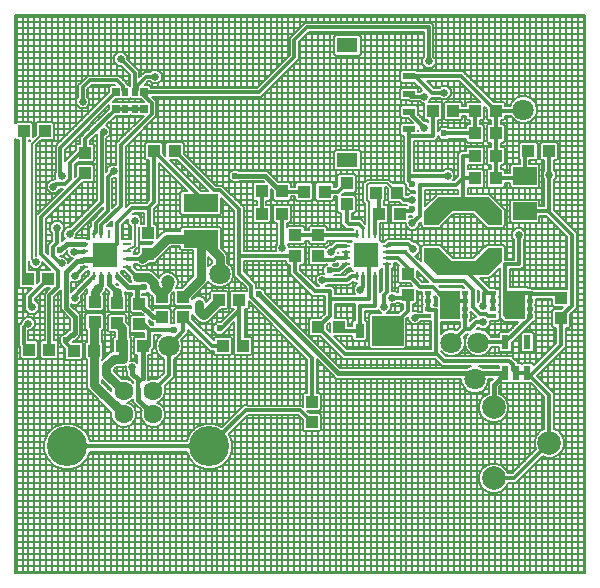
<source format=gbr>
G04 EAGLE Gerber RS-274X export*
G75*
%MOMM*%
%FSLAX34Y34*%
%LPD*%
%INTop Copper*%
%IPPOS*%
%AMOC8*
5,1,8,0,0,1.08239X$1,22.5*%
G01*
%ADD10R,1.080000X1.050000*%
%ADD11R,1.050000X1.080000*%
%ADD12R,2.000000X1.500000*%
%ADD13R,3.000000X1.500000*%
%ADD14R,0.620000X1.220000*%
%ADD15R,2.670000X2.540000*%
%ADD16R,0.760000X1.270000*%
%ADD17C,3.400000*%
%ADD18C,1.600000*%
%ADD19R,1.000000X0.600000*%
%ADD20R,1.800000X1.250000*%
%ADD21C,2.000000*%
%ADD22R,4.250000X1.200000*%
%ADD23R,0.600000X0.300000*%
%ADD24R,1.775000X2.450000*%
%ADD25R,0.800000X0.280000*%
%ADD26R,0.280000X0.800000*%
%ADD27R,2.100000X2.100000*%
%ADD28R,2.140000X2.140000*%
%ADD29C,1.800000*%
%ADD30R,0.500000X0.700000*%
%ADD31R,0.640000X0.700000*%
%ADD32C,0.355000*%
%ADD33C,0.650000*%
%ADD34C,0.380000*%
%ADD35C,0.600000*%
%ADD36C,0.160000*%
%ADD37C,0.320000*%
%ADD38C,0.350000*%
%ADD39C,0.400000*%
%ADD40C,0.330000*%
%ADD41C,0.300000*%
%ADD42C,0.370000*%
%ADD43C,0.340000*%
%ADD44C,0.370000*%
%ADD45C,0.800000*%
%ADD46C,0.360000*%
%ADD47C,1.200000*%

G36*
X404048Y256012D02*
X404048Y256012D01*
X404146Y256015D01*
X404169Y256024D01*
X404193Y256026D01*
X404282Y256066D01*
X404374Y256101D01*
X404393Y256117D01*
X404416Y256127D01*
X404530Y256220D01*
X416030Y267720D01*
X416087Y267800D01*
X416149Y267875D01*
X416157Y267898D01*
X416172Y267919D01*
X416200Y268012D01*
X416235Y268103D01*
X416238Y268136D01*
X416243Y268152D01*
X416242Y268177D01*
X416249Y268250D01*
X416249Y278500D01*
X416247Y278516D01*
X416248Y278527D01*
X416246Y278533D01*
X416248Y278549D01*
X416226Y278644D01*
X416210Y278741D01*
X416198Y278762D01*
X416192Y278786D01*
X416141Y278870D01*
X416095Y278956D01*
X416077Y278973D01*
X416064Y278994D01*
X415988Y279056D01*
X415917Y279123D01*
X415894Y279133D01*
X415875Y279149D01*
X415784Y279183D01*
X415694Y279224D01*
X415670Y279226D01*
X415647Y279235D01*
X415500Y279249D01*
X404250Y279249D01*
X404154Y279233D01*
X404057Y279224D01*
X404034Y279214D01*
X404009Y279210D01*
X403923Y279164D01*
X403834Y279123D01*
X403809Y279102D01*
X403794Y279095D01*
X403777Y279076D01*
X403773Y279073D01*
X403772Y279073D01*
X403771Y279072D01*
X403720Y279030D01*
X392720Y268030D01*
X392706Y268010D01*
X392687Y267994D01*
X392635Y267911D01*
X392578Y267831D01*
X392571Y267808D01*
X392558Y267787D01*
X392536Y267692D01*
X392507Y267598D01*
X392508Y267573D01*
X392502Y267550D01*
X392512Y267452D01*
X392515Y267354D01*
X392524Y267331D01*
X392526Y267307D01*
X392566Y267218D01*
X392601Y267126D01*
X392617Y267107D01*
X392627Y267084D01*
X392720Y266970D01*
X403470Y256220D01*
X403490Y256206D01*
X403506Y256187D01*
X403589Y256135D01*
X403669Y256078D01*
X403692Y256071D01*
X403713Y256058D01*
X403808Y256036D01*
X403902Y256007D01*
X403927Y256008D01*
X403950Y256002D01*
X404048Y256012D01*
G37*
G36*
X361846Y298767D02*
X361846Y298767D01*
X361943Y298776D01*
X361966Y298786D01*
X361991Y298790D01*
X362077Y298836D01*
X362166Y298877D01*
X362191Y298898D01*
X362206Y298905D01*
X362223Y298924D01*
X362280Y298970D01*
X373280Y309970D01*
X373294Y309990D01*
X373313Y310006D01*
X373365Y310089D01*
X373422Y310169D01*
X373429Y310192D01*
X373442Y310213D01*
X373464Y310308D01*
X373493Y310402D01*
X373492Y310427D01*
X373498Y310450D01*
X373488Y310548D01*
X373485Y310646D01*
X373476Y310669D01*
X373474Y310693D01*
X373434Y310782D01*
X373399Y310874D01*
X373384Y310893D01*
X373373Y310916D01*
X373280Y311030D01*
X362530Y321780D01*
X362510Y321794D01*
X362494Y321813D01*
X362413Y321864D01*
X362397Y321877D01*
X362392Y321879D01*
X362331Y321922D01*
X362308Y321929D01*
X362287Y321942D01*
X362192Y321964D01*
X362098Y321993D01*
X362073Y321992D01*
X362050Y321998D01*
X361952Y321988D01*
X361854Y321985D01*
X361831Y321976D01*
X361807Y321974D01*
X361718Y321934D01*
X361626Y321899D01*
X361607Y321884D01*
X361584Y321873D01*
X361523Y321823D01*
X361522Y321823D01*
X361521Y321822D01*
X361470Y321780D01*
X349970Y310280D01*
X349913Y310200D01*
X349852Y310125D01*
X349843Y310102D01*
X349828Y310081D01*
X349800Y309988D01*
X349765Y309897D01*
X349762Y309864D01*
X349757Y309848D01*
X349758Y309823D01*
X349751Y309750D01*
X349751Y299500D01*
X349755Y299476D01*
X349752Y299451D01*
X349775Y299356D01*
X349790Y299259D01*
X349802Y299238D01*
X349808Y299214D01*
X349859Y299130D01*
X349905Y299044D01*
X349923Y299027D01*
X349936Y299006D01*
X350012Y298944D01*
X350084Y298877D01*
X350106Y298867D01*
X350125Y298852D01*
X350216Y298817D01*
X350306Y298776D01*
X350330Y298774D01*
X350353Y298765D01*
X350500Y298751D01*
X361750Y298751D01*
X361846Y298767D01*
G37*
G36*
X415524Y298755D02*
X415524Y298755D01*
X415549Y298752D01*
X415644Y298775D01*
X415741Y298790D01*
X415762Y298802D01*
X415786Y298808D01*
X415870Y298859D01*
X415956Y298905D01*
X415973Y298923D01*
X415994Y298936D01*
X416056Y299012D01*
X416123Y299084D01*
X416133Y299106D01*
X416149Y299125D01*
X416183Y299216D01*
X416224Y299306D01*
X416226Y299330D01*
X416235Y299353D01*
X416249Y299500D01*
X416249Y309750D01*
X416233Y309846D01*
X416224Y309943D01*
X416214Y309966D01*
X416210Y309991D01*
X416164Y310077D01*
X416123Y310166D01*
X416102Y310191D01*
X416095Y310206D01*
X416076Y310223D01*
X416030Y310280D01*
X404530Y321780D01*
X404510Y321794D01*
X404494Y321813D01*
X404413Y321864D01*
X404397Y321877D01*
X404392Y321879D01*
X404331Y321922D01*
X404308Y321929D01*
X404287Y321942D01*
X404192Y321964D01*
X404098Y321993D01*
X404073Y321992D01*
X404050Y321998D01*
X403952Y321988D01*
X403854Y321985D01*
X403831Y321976D01*
X403807Y321974D01*
X403718Y321934D01*
X403626Y321899D01*
X403607Y321884D01*
X403584Y321873D01*
X403523Y321823D01*
X403522Y321823D01*
X403521Y321822D01*
X403470Y321780D01*
X392720Y311030D01*
X392706Y311010D01*
X392687Y310994D01*
X392635Y310911D01*
X392578Y310831D01*
X392571Y310808D01*
X392558Y310787D01*
X392536Y310692D01*
X392507Y310598D01*
X392508Y310573D01*
X392502Y310550D01*
X392512Y310452D01*
X392515Y310354D01*
X392524Y310331D01*
X392526Y310307D01*
X392566Y310218D01*
X392601Y310126D01*
X392617Y310107D01*
X392627Y310084D01*
X392720Y309970D01*
X403720Y298970D01*
X403800Y298913D01*
X403875Y298852D01*
X403898Y298843D01*
X403919Y298828D01*
X404012Y298800D01*
X404103Y298765D01*
X404136Y298762D01*
X404152Y298757D01*
X404177Y298758D01*
X404250Y298751D01*
X415500Y298751D01*
X415524Y298755D01*
G37*
G36*
X362048Y256012D02*
X362048Y256012D01*
X362146Y256015D01*
X362169Y256024D01*
X362193Y256026D01*
X362282Y256066D01*
X362374Y256101D01*
X362393Y256117D01*
X362416Y256127D01*
X362530Y256220D01*
X373280Y266970D01*
X373294Y266990D01*
X373313Y267006D01*
X373365Y267089D01*
X373422Y267169D01*
X373429Y267192D01*
X373442Y267213D01*
X373464Y267308D01*
X373493Y267402D01*
X373492Y267427D01*
X373498Y267450D01*
X373488Y267548D01*
X373485Y267646D01*
X373476Y267669D01*
X373474Y267693D01*
X373434Y267782D01*
X373399Y267874D01*
X373384Y267893D01*
X373373Y267916D01*
X373280Y268030D01*
X362280Y279030D01*
X362200Y279087D01*
X362125Y279149D01*
X362102Y279157D01*
X362081Y279172D01*
X361988Y279200D01*
X361897Y279235D01*
X361864Y279238D01*
X361848Y279243D01*
X361823Y279242D01*
X361750Y279249D01*
X350500Y279249D01*
X350476Y279245D01*
X350451Y279248D01*
X350356Y279226D01*
X350259Y279210D01*
X350238Y279198D01*
X350214Y279192D01*
X350130Y279141D01*
X350044Y279095D01*
X350027Y279077D01*
X350006Y279064D01*
X349944Y278988D01*
X349877Y278917D01*
X349867Y278894D01*
X349852Y278875D01*
X349817Y278784D01*
X349776Y278694D01*
X349774Y278670D01*
X349765Y278647D01*
X349751Y278500D01*
X349751Y268250D01*
X349767Y268154D01*
X349776Y268057D01*
X349786Y268034D01*
X349790Y268009D01*
X349836Y267923D01*
X349877Y267834D01*
X349898Y267809D01*
X349905Y267794D01*
X349924Y267777D01*
X349970Y267720D01*
X361470Y256220D01*
X361490Y256206D01*
X361506Y256187D01*
X361589Y256135D01*
X361669Y256078D01*
X361692Y256071D01*
X361713Y256058D01*
X361808Y256036D01*
X361902Y256007D01*
X361927Y256008D01*
X361950Y256002D01*
X362048Y256012D01*
G37*
D10*
X109000Y231650D03*
X109000Y214350D03*
X336000Y239350D03*
X336000Y256650D03*
D11*
X277650Y212000D03*
X260350Y212000D03*
X438350Y361000D03*
X455650Y361000D03*
D12*
X435000Y340000D03*
X435000Y310000D03*
D11*
X410650Y395000D03*
X393350Y395000D03*
X393350Y357000D03*
X410650Y357000D03*
X94350Y196000D03*
X111650Y196000D03*
X70650Y192000D03*
X53350Y192000D03*
D10*
X116000Y274350D03*
X116000Y291650D03*
D11*
X179350Y196000D03*
X196650Y196000D03*
D13*
X161000Y317000D03*
X161000Y287000D03*
D11*
X312050Y307900D03*
X329350Y307900D03*
X176350Y235000D03*
X193650Y235000D03*
D10*
X466000Y236650D03*
X466000Y219350D03*
D14*
X437500Y199100D03*
X418500Y199100D03*
X428000Y172900D03*
X437500Y172900D03*
X418500Y172900D03*
D15*
X319000Y209000D03*
D16*
X295505Y209000D03*
D11*
X229650Y308000D03*
X212350Y308000D03*
D10*
X284300Y316350D03*
X284300Y333650D03*
X146000Y220350D03*
X146000Y237650D03*
D17*
X47800Y111000D03*
X168200Y111000D03*
D18*
X95500Y138100D03*
X120500Y138100D03*
X95500Y158100D03*
X120500Y158100D03*
D19*
X337000Y394500D03*
X337000Y379500D03*
X337000Y409500D03*
X337000Y424500D03*
D20*
X285000Y450550D03*
X285000Y353450D03*
D21*
X456000Y114000D03*
X409000Y144000D03*
X409000Y84000D03*
D22*
X383000Y262000D03*
X383000Y316000D03*
D23*
X353500Y240750D03*
X353500Y234250D03*
X353500Y227750D03*
X353500Y221250D03*
X384500Y221250D03*
X384500Y227750D03*
X384500Y234250D03*
X384500Y240750D03*
D24*
X372250Y231000D03*
D23*
X408500Y240750D03*
X408500Y234250D03*
X408500Y227750D03*
X408500Y221250D03*
X439500Y221250D03*
X439500Y227750D03*
X439500Y234250D03*
X439500Y240750D03*
D24*
X427250Y231000D03*
D11*
X121350Y361000D03*
X138650Y361000D03*
X357350Y395000D03*
X374650Y395000D03*
D10*
X260000Y289650D03*
X260000Y272350D03*
X241000Y272350D03*
X241000Y289650D03*
X71000Y216350D03*
X71000Y233650D03*
X90000Y215350D03*
X90000Y232650D03*
D11*
X309350Y326000D03*
X326650Y326000D03*
X248350Y326800D03*
X265650Y326800D03*
X229650Y327000D03*
X212350Y327000D03*
D10*
X128000Y220350D03*
X128000Y237650D03*
D11*
X393350Y338000D03*
X410650Y338000D03*
X393350Y376000D03*
X410650Y376000D03*
D25*
X62000Y276250D03*
X62000Y282750D03*
X62000Y269750D03*
X62000Y263250D03*
D26*
X70250Y255000D03*
X76750Y255000D03*
X83250Y255000D03*
X89750Y255000D03*
D25*
X98000Y263250D03*
X98000Y269750D03*
X98000Y276250D03*
X98000Y282750D03*
D26*
X89750Y291000D03*
X83250Y291000D03*
X76750Y291000D03*
X70250Y291000D03*
D27*
X80000Y273000D03*
D26*
X308500Y290500D03*
X303500Y290500D03*
X298500Y290500D03*
X293500Y290500D03*
D25*
X283500Y280500D03*
X283500Y275500D03*
X283500Y270500D03*
X283500Y265500D03*
D26*
X293500Y255500D03*
X298500Y255500D03*
X303500Y255500D03*
X308500Y255500D03*
D25*
X318500Y265500D03*
X318500Y270500D03*
X318500Y275500D03*
X318500Y280500D03*
D28*
X301000Y273000D03*
D29*
X393000Y168000D03*
X396000Y199000D03*
X373000Y199000D03*
X434000Y396000D03*
X134000Y196000D03*
X177000Y257000D03*
D10*
X255000Y131350D03*
X255000Y148650D03*
D11*
X15350Y193000D03*
X32650Y193000D03*
X28650Y378000D03*
X11350Y378000D03*
X14350Y253000D03*
X31650Y253000D03*
D10*
X63000Y342350D03*
X63000Y359650D03*
D30*
X105000Y411000D03*
X97000Y411000D03*
X97000Y397000D03*
X105000Y397000D03*
D31*
X113000Y411000D03*
X113000Y397000D03*
X89000Y411000D03*
X89000Y397000D03*
D32*
X428000Y172900D02*
X437500Y172900D01*
X439700Y170700D01*
X456000Y154400D01*
X456000Y114000D01*
X426000Y84000D01*
X409000Y84000D01*
X241000Y272350D02*
X193300Y272350D01*
X303500Y255500D02*
X303500Y236000D01*
X270000Y236000D01*
X357350Y373800D02*
X357350Y395000D01*
X337000Y379500D02*
X337000Y373800D01*
X357350Y373800D01*
X337000Y379500D02*
X337000Y340000D01*
X353500Y227750D02*
X353500Y226125D01*
X359875Y226125D01*
X359875Y190000D01*
X353500Y227750D02*
X353500Y238000D01*
X424975Y175925D02*
X428000Y172900D01*
X424975Y175925D02*
X424975Y180398D01*
X422248Y183125D01*
X366750Y183125D02*
X360750Y189125D01*
X359875Y190000D01*
X366750Y183125D02*
X422248Y183125D01*
X360750Y189125D02*
X283225Y189125D01*
X260350Y212000D01*
X257225Y242725D02*
X270000Y242725D01*
X303500Y255500D02*
X303500Y270500D01*
X301000Y273000D01*
X337000Y340000D02*
X370000Y340000D01*
D33*
X370000Y340000D03*
X456000Y341000D03*
D32*
X454775Y310000D02*
X435000Y310000D01*
X455650Y310000D02*
X455650Y361000D01*
D34*
X241000Y272350D02*
X241000Y258950D01*
X257225Y242725D01*
X270000Y242725D02*
X270000Y236000D01*
X270000Y221650D01*
X260350Y212000D01*
X329350Y307900D02*
X331450Y310000D01*
X340000Y310000D01*
X339750Y310250D01*
X339750Y312150D01*
D35*
X339750Y312150D03*
X339900Y333000D03*
D36*
X454775Y310000D02*
X455650Y310000D01*
X353500Y240750D02*
X353500Y238000D01*
D32*
X353500Y240750D02*
X353500Y234250D01*
X337000Y335900D02*
X337000Y340000D01*
X337000Y335900D02*
X339900Y333000D01*
D34*
X466000Y221050D02*
X466000Y219350D01*
X466000Y221050D02*
X474900Y229950D01*
X474900Y289875D01*
X454775Y310000D01*
X456000Y360650D02*
X455650Y361000D01*
X456000Y360650D02*
X456000Y341000D01*
X203650Y247000D02*
X193300Y257350D01*
D37*
X193300Y272350D01*
X177326Y327700D02*
X171950Y327700D01*
X138650Y361000D01*
X193300Y311726D02*
X193300Y272350D01*
X193300Y311726D02*
X177326Y327700D01*
X203650Y247000D02*
X203800Y246850D01*
X203800Y237432D01*
X255000Y186232D02*
X255000Y148650D01*
X255000Y186232D02*
X203800Y237432D01*
D38*
X466000Y219350D02*
X466000Y197000D01*
X439700Y170700D01*
D32*
X418125Y221875D02*
X427250Y231000D01*
X418125Y231875D02*
X427000Y240750D01*
X439500Y240750D01*
X439500Y240000D01*
X439500Y234250D01*
X439500Y221250D02*
X439500Y220100D01*
X418500Y199100D01*
X396100Y199100D01*
X396000Y199000D01*
X462650Y240000D02*
X466000Y236650D01*
X462650Y240000D02*
X439500Y240000D01*
X418125Y231875D02*
X418125Y265041D01*
X418125Y231875D02*
X418125Y221875D01*
X332650Y320000D02*
X326650Y326000D01*
X332650Y320000D02*
X340000Y320000D01*
D33*
X340000Y320000D03*
X430000Y290000D03*
D32*
X430000Y265041D01*
X418125Y265041D01*
X439500Y240750D02*
X439500Y227750D01*
X439500Y227000D02*
X439500Y221250D01*
D36*
X439500Y227000D02*
X439500Y234250D01*
D32*
X439500Y227750D02*
X439500Y227000D01*
D36*
X303500Y290500D02*
X303500Y317806D01*
X301700Y319606D01*
X301700Y332394D02*
X303106Y333800D01*
X318850Y333800D01*
X326650Y326000D01*
X301700Y319606D02*
X301700Y332394D01*
D33*
X340887Y278267D03*
X323000Y237050D03*
D34*
X336000Y226000D02*
X319000Y209000D01*
X336000Y226000D02*
X336000Y239350D01*
X333700Y237050D01*
X323000Y237050D01*
X320500Y282500D02*
X336654Y282500D01*
X320500Y282500D02*
X318500Y280500D01*
X336654Y282500D02*
X340887Y278267D01*
D35*
X210000Y240000D03*
X190000Y340000D03*
D39*
X397900Y172900D02*
X418500Y172900D01*
X277100Y172900D02*
X210000Y240000D01*
X409000Y163400D02*
X409000Y144000D01*
X409000Y163400D02*
X418500Y172900D01*
X397900Y172900D02*
X393000Y168000D01*
X229650Y327000D02*
X228091Y327000D01*
X215091Y340000D01*
X190000Y340000D01*
X388100Y172900D02*
X393000Y168000D01*
X388100Y172900D02*
X277100Y172900D01*
D38*
X248350Y326800D02*
X229850Y326800D01*
X229650Y327000D01*
D34*
X229650Y308000D02*
X229650Y283350D01*
X230000Y283000D01*
X230000Y278975D01*
D33*
X230000Y278975D03*
X271395Y275605D03*
D34*
X276290Y280500D01*
X283500Y280500D01*
D32*
X212350Y308000D02*
X212350Y327000D01*
X277450Y326800D02*
X284300Y333650D01*
X277450Y326800D02*
X265650Y326800D01*
D34*
X260000Y272350D02*
X261175Y271175D01*
D40*
X275483Y270500D02*
X283500Y270500D01*
X275483Y270500D02*
X274088Y269105D01*
X263245Y269105D01*
X261175Y271175D01*
D41*
X283500Y270500D02*
X283500Y275500D01*
D34*
X286000Y299000D02*
X284300Y300700D01*
X284300Y316350D01*
D38*
X286000Y299000D02*
X295138Y299000D01*
X298250Y295888D01*
D36*
X298500Y295638D01*
X298500Y290500D01*
D32*
X312050Y323300D02*
X309350Y326000D01*
X312050Y323300D02*
X312050Y307900D01*
D42*
X308500Y304350D01*
D41*
X308500Y290500D01*
D32*
X384500Y210500D02*
X373000Y199000D01*
X384500Y210500D02*
X384500Y217000D01*
X404056Y240750D02*
X408500Y240750D01*
X404056Y240750D02*
X401056Y240750D01*
X404056Y240750D02*
X383000Y261806D01*
X383000Y262000D01*
X408500Y240750D02*
X408500Y234250D01*
D34*
X388500Y210500D02*
X384500Y210500D01*
X394250Y216250D02*
X400000Y216250D01*
D33*
X400000Y216250D03*
X400000Y230000D03*
D34*
X401056Y231056D01*
X401056Y240750D01*
X394250Y216250D02*
X388500Y210500D01*
X384500Y234250D02*
X384500Y240750D01*
X384500Y234250D02*
X384500Y227000D01*
X384500Y221250D01*
X384250Y234000D02*
X384500Y234250D01*
X375250Y234000D02*
X372250Y231000D01*
X375250Y234000D02*
X384250Y234000D01*
X384500Y221250D02*
X384500Y217000D01*
D43*
X327500Y270500D02*
X318500Y270500D01*
X336000Y262000D02*
X336000Y256650D01*
X336000Y262000D02*
X327500Y270500D01*
X336000Y256650D02*
X346825Y245825D01*
X357592Y245825D01*
X359800Y243617D01*
X359800Y243450D01*
X372250Y231000D01*
D36*
X384500Y227750D02*
X384500Y227000D01*
X384500Y227750D02*
X384500Y234250D01*
D32*
X408500Y234250D02*
X408500Y227750D01*
D40*
X331000Y275500D02*
X322000Y275500D01*
X331000Y275500D02*
X333570Y275500D01*
X333795Y275275D01*
D41*
X322000Y275500D02*
X318500Y275500D01*
D42*
X333795Y275275D02*
X358095Y250975D01*
X397225Y222950D02*
X402775Y222950D01*
X404475Y221250D01*
X408500Y221250D01*
X390950Y229225D02*
X390950Y243679D01*
X390950Y229225D02*
X397225Y222950D01*
X383654Y250975D02*
X358095Y250975D01*
X383654Y250975D02*
X390950Y243679D01*
D44*
X333795Y275275D03*
D33*
X316000Y229300D03*
X342000Y220000D03*
D40*
X318500Y241742D02*
X318500Y265500D01*
X318500Y241742D02*
X316000Y239242D01*
X316000Y229300D01*
X342000Y220000D02*
X343100Y221100D01*
X353500Y221100D01*
D36*
X353500Y221250D01*
D32*
X295505Y209000D02*
X280650Y209000D01*
X277650Y212000D01*
X295505Y209000D02*
X295505Y229850D01*
X308650Y229850D01*
X308650Y255500D01*
D36*
X308500Y255500D01*
D32*
X383000Y316000D02*
X383000Y338000D01*
X383000Y357000D01*
X393350Y357000D01*
X393350Y338000D02*
X383000Y338000D01*
D33*
X340000Y300000D03*
X296000Y243700D03*
D34*
X340000Y300000D02*
X346250Y306250D01*
X346750Y317204D02*
X346750Y322796D01*
X346400Y323146D01*
X346400Y332300D01*
X346250Y316704D02*
X346250Y306250D01*
X346250Y316704D02*
X346750Y317204D01*
X346400Y332300D02*
X377300Y332300D01*
X383000Y338000D01*
D41*
X298500Y255500D02*
X298500Y246200D01*
X297175Y244875D01*
D32*
X296000Y243700D01*
D35*
X270000Y260000D03*
X366900Y376100D03*
D36*
X367000Y376000D01*
D34*
X374650Y395000D02*
X393350Y395000D01*
X393350Y376000D01*
X367000Y376000D01*
D37*
X283500Y265500D02*
X278000Y260000D01*
X270000Y260000D01*
D36*
X260000Y289650D02*
X241000Y289650D01*
X260000Y289650D02*
X293000Y289650D01*
X293500Y289650D01*
X293500Y290500D01*
D34*
X293000Y289650D02*
X241000Y289650D01*
D32*
X429000Y338000D02*
X433000Y338000D01*
X435000Y340000D01*
X435000Y357650D01*
X438350Y361000D01*
X410650Y376000D02*
X410650Y395000D01*
X381150Y424500D01*
X337000Y424500D01*
D36*
X293500Y255500D02*
X293000Y255500D01*
D33*
X263850Y251700D03*
D34*
X284993Y251700D01*
X288793Y255500D02*
X293000Y255500D01*
X288793Y255500D02*
X284993Y251700D01*
X410650Y395000D02*
X433000Y395000D01*
X434000Y396000D01*
X367000Y410600D02*
X356400Y410600D01*
X342500Y424500D01*
X337000Y424500D01*
D33*
X367000Y410600D03*
D42*
X410650Y338000D02*
X429000Y338000D01*
D34*
X410650Y338000D02*
X410650Y357000D01*
X410650Y376000D01*
D41*
X210000Y411000D02*
X113000Y411000D01*
X240000Y441000D02*
X240000Y455000D01*
X251000Y466000D01*
X354000Y466000D01*
X354000Y437000D01*
X240000Y441000D02*
X210000Y411000D01*
D33*
X354000Y437000D03*
X350227Y407227D03*
D41*
X339273Y407227D01*
X337000Y409500D01*
X76750Y298279D02*
X76750Y291000D01*
X119300Y392216D02*
X119300Y401784D01*
X119300Y392216D02*
X93350Y366266D01*
X93350Y314879D02*
X76750Y298279D01*
X93350Y314879D02*
X93350Y366266D01*
X119300Y401784D02*
X113000Y408084D01*
X113000Y411000D01*
X62000Y276250D02*
X61650Y275900D01*
X53487Y275900D01*
D33*
X53487Y275900D03*
X50000Y291000D03*
D41*
X77000Y318000D01*
X77000Y375878D02*
X78561Y377439D01*
D33*
X78561Y377439D03*
X93000Y439000D03*
D41*
X105000Y427000D01*
X105000Y411000D01*
X77000Y375878D02*
X77000Y318000D01*
X337000Y394000D02*
X337000Y394500D01*
D33*
X350031Y380969D03*
X122000Y424000D03*
D41*
X106700Y415784D02*
X106700Y412700D01*
X105000Y411000D01*
X114916Y424000D02*
X122000Y424000D01*
X114916Y424000D02*
X106700Y415784D01*
X337000Y394000D02*
X350031Y380969D01*
D35*
X42100Y277600D03*
X112413Y245600D03*
D39*
X120300Y220350D02*
X128000Y220350D01*
X120300Y220350D02*
X109000Y231650D01*
X107000Y233650D01*
X107000Y245600D01*
X112413Y245600D01*
X107000Y245600D02*
X99150Y245600D01*
X89750Y255000D01*
X47250Y282750D02*
X42100Y277600D01*
X47250Y282750D02*
X62000Y282750D01*
D37*
X63000Y359650D02*
X63000Y371000D01*
X89000Y397000D01*
D38*
X31650Y253000D02*
X16000Y237350D01*
X16000Y231000D02*
X18000Y229000D01*
D33*
X18000Y229000D03*
D38*
X16000Y231000D02*
X16000Y237350D01*
D33*
X36000Y331000D03*
D38*
X38400Y333400D01*
X45734Y333400D01*
X50000Y337666D01*
X50000Y351000D01*
X58650Y359650D01*
X63000Y359650D01*
X89000Y397000D02*
X105000Y397000D01*
X113000Y397000D01*
X105000Y397000D02*
X97000Y397000D01*
D32*
X161000Y321350D02*
X161000Y317000D01*
X161000Y321350D02*
X121350Y361000D01*
D36*
X111650Y196000D02*
X112575Y195075D01*
D32*
X111650Y196000D02*
X117125Y196000D01*
X117125Y209875D01*
X138225Y209875D01*
X76750Y269750D02*
X62000Y269750D01*
X76750Y269750D02*
X80000Y273000D01*
X112650Y214350D02*
X117125Y209875D01*
X112650Y214350D02*
X109000Y214350D01*
X116000Y291650D02*
X117000Y292650D01*
X117000Y313000D02*
X102600Y313000D01*
X89750Y300150D02*
X89750Y291000D01*
X89750Y300150D02*
X102600Y313000D01*
X89750Y282750D02*
X80000Y273000D01*
X89750Y282750D02*
X89750Y291000D01*
X117000Y292650D02*
X117000Y313000D01*
X117000Y313400D01*
X121350Y317750D02*
X121350Y361000D01*
X121350Y317750D02*
X117000Y313400D01*
X193650Y226150D02*
X178800Y211300D01*
X177300Y211300D01*
X177000Y211000D01*
D35*
X177000Y211000D03*
X138225Y209875D03*
D32*
X53350Y192000D02*
X47000Y198350D01*
X47000Y201000D01*
D35*
X47000Y201000D03*
D33*
X103000Y178000D03*
D34*
X193650Y226150D02*
X193650Y235000D01*
X193650Y199000D02*
X196650Y196000D01*
X193650Y199000D02*
X193650Y226150D01*
D37*
X54100Y220726D02*
X54100Y207275D01*
X52226Y205400D01*
X74850Y267850D02*
X80000Y273000D01*
X74850Y267850D02*
X56675Y267850D01*
X47000Y227826D02*
X54100Y220726D01*
X52226Y205400D02*
X51400Y205400D01*
X47000Y201000D01*
X47000Y258176D02*
X56675Y267850D01*
X47000Y258176D02*
X47000Y227826D01*
D39*
X111650Y196000D02*
X111650Y168827D01*
X107900Y150700D02*
X120500Y138100D01*
X107900Y150700D02*
X107900Y160000D01*
X54500Y207109D02*
X52391Y205000D01*
X54500Y207109D02*
X54500Y220891D01*
X56509Y268250D02*
X60500Y268250D01*
X62000Y269750D01*
X47000Y228391D02*
X54500Y220891D01*
X51000Y205000D02*
X47000Y201000D01*
X51000Y205000D02*
X52391Y205000D01*
X47000Y228391D02*
X47000Y258741D01*
X56509Y268250D01*
X106738Y168738D02*
X107650Y167827D01*
X106738Y168738D02*
X103000Y172477D01*
X103000Y178000D01*
D38*
X107900Y165077D02*
X107900Y160000D01*
X107900Y165077D02*
X111650Y168827D01*
X107900Y167577D02*
X107900Y165077D01*
X107900Y167577D02*
X106738Y168738D01*
D45*
X71000Y233650D02*
X71000Y242000D01*
X74000Y245000D01*
D39*
X76750Y247750D01*
X76750Y255000D01*
D45*
X90000Y241430D02*
X90000Y232650D01*
D39*
X90000Y241430D02*
X83250Y248180D01*
X83250Y255000D01*
D45*
X70650Y162950D02*
X95500Y138100D01*
X70650Y162950D02*
X70650Y192000D01*
X70650Y212338D01*
D36*
X70650Y216000D01*
X71000Y216350D01*
D45*
X90000Y215350D02*
X94350Y211000D01*
X94350Y196000D01*
X81000Y172600D02*
X95500Y158100D01*
X81000Y172600D02*
X81000Y179000D01*
X87000Y185000D01*
X95000Y185000D01*
X95000Y195350D01*
X94350Y196000D01*
X161000Y252650D02*
X161000Y287000D01*
X161000Y252650D02*
X146000Y237650D01*
X177000Y257000D02*
X177000Y271000D01*
X161000Y287000D01*
X116000Y274350D02*
X111400Y269750D01*
X132650Y287000D02*
X161000Y287000D01*
X120000Y274350D02*
X116000Y274350D01*
X120000Y274350D02*
X132650Y287000D01*
D46*
X111400Y269750D02*
X98000Y269750D01*
D34*
X134000Y171600D02*
X120500Y158100D01*
X134000Y171600D02*
X134000Y196000D01*
X134000Y196458D02*
X146000Y208458D01*
X134000Y196458D02*
X134000Y196000D01*
X146000Y208458D02*
X146000Y220350D01*
X170350Y196000D01*
X179350Y196000D01*
X168000Y111000D02*
X47800Y111000D01*
D32*
X168000Y111000D02*
X168200Y111000D01*
D38*
X198852Y141652D01*
D37*
X244698Y141652D01*
X255000Y131350D01*
D45*
X128000Y237650D02*
X128000Y238650D01*
X121013Y245637D01*
X121013Y249162D01*
X115975Y254200D01*
X128000Y241000D02*
X128000Y237650D01*
X133000Y246000D02*
X133000Y250000D01*
X133000Y246000D02*
X128000Y241000D01*
D47*
X133000Y250000D03*
D45*
X115975Y254200D02*
X107050Y254200D01*
D46*
X98000Y263250D01*
D45*
X163350Y222000D02*
X176350Y235000D01*
X163350Y222000D02*
X163000Y222000D01*
X159000Y226000D01*
X159000Y232000D01*
D33*
X159000Y232000D03*
D36*
X80900Y371789D02*
X80901Y371789D01*
X84211Y375099D01*
X84211Y379779D01*
X80901Y383089D01*
X80746Y383089D01*
X88757Y391100D01*
X93194Y391100D01*
X93350Y391256D01*
X93506Y391100D01*
X100494Y391100D01*
X101000Y391606D01*
X101506Y391100D01*
X108494Y391100D01*
X108650Y391256D01*
X108806Y391100D01*
X112669Y391100D01*
X91735Y370166D01*
X89450Y367881D01*
X89450Y349540D01*
X89340Y349650D01*
X84660Y349650D01*
X81350Y346340D01*
X81350Y343865D01*
X80900Y343415D01*
X80900Y371789D01*
X55650Y291135D02*
X55650Y288660D01*
X55650Y291135D02*
X78100Y313585D01*
X78100Y311649D01*
X70435Y303984D01*
X68150Y301699D01*
X68150Y297400D01*
X67856Y297400D01*
X66450Y295994D01*
X66450Y292715D01*
X66350Y292615D01*
X66350Y289385D01*
X66450Y289285D01*
X66450Y286550D01*
X64423Y286550D01*
X63823Y287150D01*
X54140Y287150D01*
X55650Y288660D01*
X86865Y338350D02*
X89340Y338350D01*
X89450Y338460D01*
X89450Y316494D01*
X85900Y312944D01*
X85900Y337385D01*
X86865Y338350D01*
X413900Y243244D02*
X413900Y238256D01*
X413900Y243244D02*
X412494Y244650D01*
X410504Y244650D01*
X410229Y244925D01*
X405786Y244925D01*
X397111Y253600D01*
X405305Y253600D01*
X407150Y255445D01*
X413950Y262245D01*
X413950Y220146D01*
X415975Y218121D01*
X415975Y217756D01*
X417381Y216350D01*
X429846Y216350D01*
X421096Y207600D01*
X414406Y207600D01*
X413000Y206194D01*
X413000Y203275D01*
X406568Y203275D01*
X405664Y205458D01*
X402458Y208664D01*
X398268Y210400D01*
X394481Y210400D01*
X396031Y211950D01*
X396310Y211950D01*
X397660Y210600D01*
X402340Y210600D01*
X405650Y213910D01*
X405650Y217000D01*
X410260Y217000D01*
X410610Y217350D01*
X412494Y217350D01*
X413900Y218756D01*
X413900Y223744D01*
X413144Y224500D01*
X413900Y225256D01*
X413900Y230244D01*
X413144Y231000D01*
X413900Y231756D01*
X413900Y236744D01*
X413144Y237500D01*
X413900Y238256D01*
X386336Y205458D02*
X384600Y201268D01*
X384600Y196732D01*
X386336Y192542D01*
X389542Y189336D01*
X393732Y187600D01*
X398268Y187600D01*
X402458Y189336D01*
X405664Y192542D01*
X406651Y194925D01*
X413000Y194925D01*
X413000Y192006D01*
X414406Y190600D01*
X422594Y190600D01*
X424000Y192006D01*
X424000Y198696D01*
X442654Y217350D01*
X443494Y217350D01*
X444900Y218756D01*
X444900Y223744D01*
X444144Y224500D01*
X444900Y225256D01*
X444900Y230244D01*
X444144Y231000D01*
X444900Y231756D01*
X444900Y235825D01*
X458200Y235825D01*
X458200Y230406D01*
X459606Y229000D01*
X467869Y229000D01*
X465869Y227000D01*
X459606Y227000D01*
X458200Y225594D01*
X458200Y213106D01*
X459606Y211700D01*
X461850Y211700D01*
X461850Y198719D01*
X443000Y179869D01*
X443000Y179994D01*
X441594Y181400D01*
X433406Y181400D01*
X432750Y180744D01*
X432094Y181400D01*
X429150Y181400D01*
X429150Y182127D01*
X426423Y184854D01*
X423977Y187300D01*
X368479Y187300D01*
X364925Y190854D01*
X364050Y191729D01*
X364050Y191828D01*
X366542Y189336D01*
X370732Y187600D01*
X375268Y187600D01*
X379458Y189336D01*
X382664Y192542D01*
X384400Y196732D01*
X384400Y201268D01*
X383455Y203550D01*
X386104Y206200D01*
X387078Y206200D01*
X386336Y205458D01*
X432000Y206194D02*
X432000Y192006D01*
X433406Y190600D01*
X441594Y190600D01*
X443000Y192006D01*
X443000Y206194D01*
X441594Y207600D01*
X433406Y207600D01*
X432000Y206194D01*
X348523Y249925D02*
X343800Y254648D01*
X343800Y259260D01*
X353135Y249925D01*
X348523Y249925D01*
X388800Y216881D02*
X392469Y220550D01*
X388800Y217656D02*
X388800Y216881D01*
X388800Y217656D02*
X389900Y218756D01*
X389900Y223744D01*
X389144Y224500D01*
X389404Y224760D01*
X393614Y220550D01*
X392469Y220550D01*
X396756Y234747D02*
X396756Y242146D01*
X396756Y234747D02*
X395200Y233190D01*
X395200Y243702D01*
X396756Y242146D01*
X382719Y245050D02*
X382119Y245650D01*
X363565Y245650D01*
X362490Y246725D01*
X381894Y246725D01*
X383569Y245050D01*
X382719Y245050D01*
X360975Y230300D02*
X358844Y230300D01*
X358144Y231000D01*
X358900Y231756D01*
X358900Y236744D01*
X358144Y237500D01*
X358900Y238256D01*
X358900Y238552D01*
X360975Y236477D01*
X360975Y230300D01*
X326690Y232750D02*
X325340Y231400D01*
X326690Y232750D02*
X328556Y232750D01*
X329606Y231700D01*
X331700Y231700D01*
X331700Y227781D01*
X328019Y224100D01*
X318790Y224100D01*
X321650Y226960D01*
X321650Y231400D01*
X325340Y231400D01*
X340300Y225650D02*
X344340Y225650D01*
X340300Y225650D02*
X340300Y231700D01*
X342394Y231700D01*
X343800Y233106D01*
X343800Y243052D01*
X345127Y241725D01*
X348100Y241725D01*
X348100Y238256D01*
X348856Y237500D01*
X348100Y236744D01*
X348100Y231756D01*
X348856Y231000D01*
X348100Y230244D01*
X348100Y225256D01*
X348206Y225150D01*
X344840Y225150D01*
X344340Y225650D01*
X312694Y259900D02*
X312300Y259900D01*
X312694Y259900D02*
X314100Y261306D01*
X314100Y261700D01*
X314450Y261700D01*
X314450Y243420D01*
X314322Y243292D01*
X312825Y241795D01*
X312825Y257229D01*
X312300Y257754D01*
X312300Y259900D01*
X313210Y224100D02*
X304656Y224100D01*
X303250Y222694D01*
X303250Y195306D01*
X304656Y193900D01*
X333344Y193900D01*
X334750Y195306D01*
X334750Y218669D01*
X336350Y220269D01*
X336350Y217660D01*
X339660Y214350D01*
X344340Y214350D01*
X347040Y217050D01*
X355178Y217050D01*
X355478Y217350D01*
X355700Y217350D01*
X355700Y193300D01*
X284954Y193300D01*
X274054Y204200D01*
X283894Y204200D01*
X284519Y204825D01*
X289305Y204825D01*
X289305Y201656D01*
X290711Y200250D01*
X300299Y200250D01*
X301705Y201656D01*
X301705Y216344D01*
X300299Y217750D01*
X299680Y217750D01*
X299680Y225675D01*
X310379Y225675D01*
X311007Y226303D01*
X313210Y224100D01*
X290711Y217750D02*
X289305Y216344D01*
X289305Y213175D01*
X285300Y213175D01*
X285300Y218394D01*
X283894Y219800D01*
X274231Y219800D01*
X274300Y219869D01*
X274300Y231825D01*
X291576Y231825D01*
X291330Y231579D01*
X291330Y217750D01*
X290711Y217750D01*
X328200Y245594D02*
X329606Y247000D01*
X328200Y245594D02*
X328200Y241350D01*
X326690Y241350D01*
X325340Y242700D01*
X322550Y242700D01*
X322550Y261700D01*
X323494Y261700D01*
X324900Y263106D01*
X324900Y266400D01*
X325802Y266400D01*
X328754Y263448D01*
X328200Y262894D01*
X328200Y250406D01*
X329606Y249000D01*
X337852Y249000D01*
X339852Y247000D01*
X329606Y247000D01*
X337000Y304990D02*
X337660Y305650D01*
X337000Y305700D02*
X337000Y304990D01*
X337000Y305700D02*
X339619Y305700D01*
X339569Y305650D01*
X337660Y305650D01*
X360695Y324400D02*
X378825Y324400D01*
X360695Y324400D02*
X358850Y322555D01*
X350550Y314255D01*
X350550Y314923D01*
X351050Y315423D01*
X351050Y324577D01*
X350700Y324927D01*
X350700Y328000D01*
X378825Y328000D01*
X378825Y324400D01*
X364660Y404950D02*
X363310Y406300D01*
X364660Y404950D02*
X369340Y404950D01*
X372650Y408260D01*
X372650Y412940D01*
X369340Y416250D01*
X364660Y416250D01*
X363310Y414900D01*
X358181Y414900D01*
X352756Y420325D01*
X379421Y420325D01*
X396946Y402800D01*
X387106Y402800D01*
X385700Y401394D01*
X385700Y399300D01*
X382300Y399300D01*
X382300Y401394D01*
X380894Y402800D01*
X368406Y402800D01*
X367000Y401394D01*
X367000Y388606D01*
X368406Y387200D01*
X380894Y387200D01*
X382300Y388606D01*
X382300Y390700D01*
X385700Y390700D01*
X385700Y388606D01*
X387106Y387200D01*
X389050Y387200D01*
X389050Y383800D01*
X387106Y383800D01*
X385700Y382394D01*
X385700Y380300D01*
X370337Y380300D01*
X369137Y381500D01*
X364663Y381500D01*
X361525Y378362D01*
X361525Y387200D01*
X363594Y387200D01*
X365000Y388606D01*
X365000Y401394D01*
X363594Y402800D01*
X353790Y402800D01*
X355877Y404887D01*
X355877Y406300D01*
X363310Y406300D01*
X344400Y378610D02*
X344400Y377975D01*
X344400Y378610D02*
X345035Y377975D01*
X344400Y377975D01*
X396354Y178950D02*
X399458Y177664D01*
X396354Y178950D02*
X413000Y178950D01*
X413000Y177300D01*
X399822Y177300D01*
X399458Y177664D01*
X215400Y240823D02*
X215400Y242237D01*
X212237Y245400D01*
X207950Y245400D01*
X207950Y248781D01*
X197300Y259431D01*
X197300Y268175D01*
X233200Y268175D01*
X233200Y266106D01*
X234606Y264700D01*
X236700Y264700D01*
X236700Y257169D01*
X255444Y238425D01*
X259006Y238425D01*
X259131Y238550D01*
X265700Y238550D01*
X265700Y223431D01*
X262069Y219800D01*
X254106Y219800D01*
X252700Y218394D01*
X252700Y205606D01*
X254106Y204200D01*
X262246Y204200D01*
X281496Y184950D01*
X359021Y184950D01*
X362575Y181396D01*
X365021Y178950D01*
X389646Y178950D01*
X386542Y177664D01*
X386178Y177300D01*
X278923Y177300D01*
X215400Y240823D01*
X85575Y301588D02*
X81387Y297400D01*
X85575Y297400D02*
X85575Y301588D01*
X85575Y297400D02*
X81387Y297400D01*
X116800Y217628D02*
X118477Y215950D01*
X120200Y215950D01*
X120200Y214106D01*
X120256Y214050D01*
X118854Y214050D01*
X116825Y216079D01*
X116800Y216104D01*
X116800Y217628D01*
X167400Y263522D02*
X170542Y266664D01*
X167400Y263522D02*
X167400Y271549D01*
X170600Y268349D01*
X170600Y266688D01*
X170542Y266664D01*
X167093Y326900D02*
X140793Y353200D01*
X161354Y326900D02*
X167093Y326900D01*
X161354Y326900D02*
X135054Y353200D01*
X140793Y353200D01*
X287900Y284694D02*
X287900Y284300D01*
X285781Y284300D01*
X285281Y284800D01*
X274509Y284800D01*
X271990Y282281D01*
X270964Y281255D01*
X269055Y281255D01*
X267097Y279297D01*
X266394Y280000D01*
X253606Y280000D01*
X252200Y278594D01*
X252200Y266106D01*
X253606Y264700D01*
X266394Y264700D01*
X266749Y265055D01*
X267418Y265055D01*
X264600Y262237D01*
X264600Y257763D01*
X265013Y257350D01*
X261510Y257350D01*
X258200Y254040D01*
X258200Y249360D01*
X260660Y246900D01*
X259131Y246900D01*
X245300Y260731D01*
X245300Y264700D01*
X247394Y264700D01*
X248800Y266106D01*
X248800Y278594D01*
X247394Y280000D01*
X235650Y280000D01*
X235650Y281315D01*
X234965Y282000D01*
X247394Y282000D01*
X248800Y283406D01*
X248800Y285350D01*
X252200Y285350D01*
X252200Y283406D01*
X253606Y282000D01*
X266394Y282000D01*
X267800Y283406D01*
X267800Y285350D01*
X288556Y285350D01*
X287900Y284694D01*
X279657Y256000D02*
X273637Y256000D01*
X279657Y256000D02*
X282000Y258343D01*
X285357Y261700D01*
X287900Y261700D01*
X287900Y261306D01*
X289306Y259900D01*
X289700Y259900D01*
X289700Y259800D01*
X287012Y259800D01*
X283212Y256000D01*
X273637Y256000D01*
X273637Y256000D01*
X291106Y249100D02*
X293410Y249100D01*
X290350Y246040D01*
X290350Y241360D01*
X291535Y240175D01*
X274300Y240175D01*
X274300Y244506D01*
X271781Y247025D01*
X268219Y247025D01*
X268094Y246900D01*
X267040Y246900D01*
X267540Y247400D01*
X286774Y247400D01*
X289790Y250416D01*
X291106Y249100D01*
X275765Y265055D02*
X272582Y265055D01*
X275765Y265055D02*
X277100Y266390D01*
X277100Y264757D01*
X276343Y264000D01*
X273637Y264000D01*
X272582Y265055D01*
X277045Y275174D02*
X277100Y275229D01*
X277100Y274550D01*
X277045Y274550D01*
X277045Y275174D01*
X375268Y210400D02*
X377550Y209455D01*
X375268Y210400D02*
X370732Y210400D01*
X366542Y208664D01*
X364050Y206172D01*
X364050Y216350D01*
X380200Y216350D01*
X380200Y215219D01*
X380325Y215094D01*
X380325Y212406D01*
X380200Y212281D01*
X380200Y212104D01*
X377550Y209455D01*
X98600Y174410D02*
X97350Y175660D01*
X98600Y174410D02*
X98600Y170654D01*
X101177Y168077D01*
X103750Y165504D01*
X103750Y164558D01*
X101391Y166917D01*
X97569Y168500D01*
X94151Y168500D01*
X87400Y175251D01*
X87400Y176349D01*
X89651Y178600D01*
X96273Y178600D01*
X97350Y179046D01*
X97350Y175660D01*
X51400Y241965D02*
X51660Y242225D01*
X51400Y241965D02*
X51400Y250622D01*
X52166Y249856D01*
X56847Y249856D01*
X60156Y253166D01*
X60156Y255499D01*
X62507Y257850D01*
X62719Y257850D01*
X64319Y259450D01*
X66450Y259450D01*
X66450Y256857D01*
X51818Y242225D01*
X51660Y242225D01*
X139606Y228000D02*
X152394Y228000D01*
X139606Y228000D02*
X138200Y226594D01*
X138200Y215275D01*
X135988Y215275D01*
X135800Y215087D01*
X135800Y226594D01*
X134394Y228000D01*
X121606Y228000D01*
X120239Y226633D01*
X116800Y230073D01*
X116800Y237894D01*
X115394Y239300D01*
X111400Y239300D01*
X111400Y240200D01*
X114650Y240200D01*
X116024Y241575D01*
X117388Y240211D01*
X120200Y237399D01*
X120200Y231406D01*
X121606Y230000D01*
X134394Y230000D01*
X135800Y231406D01*
X135800Y239749D01*
X138200Y242149D01*
X138200Y231406D01*
X139606Y230000D01*
X152394Y230000D01*
X152600Y230206D01*
X152600Y227794D01*
X152394Y228000D01*
X100973Y250000D02*
X93550Y257423D01*
X93550Y259450D01*
X95860Y259450D01*
X100650Y254660D01*
X100650Y252927D01*
X101624Y250575D01*
X102199Y250000D01*
X100973Y250000D01*
X104400Y265550D02*
X106549Y265550D01*
X107775Y264324D01*
X110127Y263350D01*
X112673Y263350D01*
X115025Y264324D01*
X117401Y266700D01*
X122394Y266700D01*
X123800Y268106D01*
X123800Y269099D01*
X135301Y280600D01*
X143600Y280600D01*
X143600Y278506D01*
X145006Y277100D01*
X154600Y277100D01*
X154600Y255301D01*
X144599Y245300D01*
X140145Y245300D01*
X141400Y248329D01*
X141400Y251671D01*
X140121Y254758D01*
X137758Y257121D01*
X134671Y258400D01*
X131329Y258400D01*
X128242Y257121D01*
X125879Y254758D01*
X125466Y253761D01*
X121401Y257825D01*
X119601Y259626D01*
X117248Y260600D01*
X106590Y260600D01*
X104400Y262790D01*
X104400Y265550D01*
X122569Y168500D02*
X124160Y167841D01*
X122569Y168500D02*
X118431Y168500D01*
X116050Y167514D01*
X116050Y188200D01*
X117894Y188200D01*
X119300Y189606D01*
X119300Y192271D01*
X121300Y194271D01*
X121300Y205700D01*
X127628Y205700D01*
X127542Y205664D01*
X124336Y202458D01*
X122600Y198268D01*
X122600Y193732D01*
X124336Y189542D01*
X127542Y186336D01*
X129700Y185442D01*
X129700Y173381D01*
X124160Y167841D01*
X112825Y308825D02*
X104329Y308825D01*
X112825Y308825D02*
X112825Y299300D01*
X110290Y299300D01*
X110650Y299660D01*
X110650Y304340D01*
X107340Y307650D01*
X103154Y307650D01*
X104329Y308825D01*
X93925Y298421D02*
X93925Y286550D01*
X93925Y298421D02*
X99350Y303846D01*
X99350Y299660D01*
X101800Y297210D01*
X101800Y286550D01*
X93925Y286550D01*
X108200Y285406D02*
X108200Y297210D01*
X108200Y285406D02*
X109606Y284000D01*
X120599Y284000D01*
X118599Y282000D01*
X109606Y282000D01*
X108200Y280594D01*
X108200Y275601D01*
X106549Y273950D01*
X104400Y273950D01*
X104400Y275830D01*
X106325Y277756D01*
X108200Y279630D01*
X108200Y297210D01*
X108200Y297210D01*
X77050Y165601D02*
X85100Y157551D01*
X77050Y165601D02*
X77050Y167499D01*
X85100Y159449D01*
X85100Y157551D01*
X90697Y247830D02*
X89927Y248600D01*
X89823Y247830D02*
X90697Y247830D01*
X89823Y247830D02*
X89053Y248600D01*
X89927Y248600D01*
X268000Y210254D02*
X270000Y208254D01*
X268000Y210254D02*
X268000Y213569D01*
X270000Y215569D01*
X270000Y208254D01*
X47500Y275363D02*
X44337Y272200D01*
X47500Y275363D02*
X47500Y276777D01*
X47837Y277115D01*
X47837Y273560D01*
X51147Y270250D01*
X52286Y270250D01*
X48624Y266587D01*
X48624Y268314D01*
X45314Y271624D01*
X42980Y271624D01*
X42604Y272000D01*
X41657Y272000D01*
X41457Y272200D01*
X44337Y272200D01*
X29650Y303343D02*
X61007Y334700D01*
X69394Y334700D01*
X70800Y336106D01*
X70800Y348594D01*
X69394Y350000D01*
X56606Y350000D01*
X55200Y348594D01*
X55200Y340207D01*
X54150Y339157D01*
X54150Y349281D01*
X56869Y352000D01*
X69394Y352000D01*
X70800Y353406D01*
X70800Y365894D01*
X69394Y367300D01*
X67000Y367300D01*
X67000Y369343D01*
X72911Y375254D01*
X72911Y375099D01*
X73100Y374910D01*
X73100Y319615D01*
X50135Y296650D01*
X47660Y296650D01*
X44350Y293340D01*
X44350Y288660D01*
X45860Y287150D01*
X45427Y287150D01*
X43100Y284822D01*
X43100Y292100D01*
X44750Y293750D01*
X44750Y298431D01*
X41440Y301740D01*
X36760Y301740D01*
X33450Y298431D01*
X33450Y293750D01*
X35100Y292100D01*
X35100Y285025D01*
X34243Y284168D01*
X34243Y284168D01*
X31900Y281825D01*
X31900Y273582D01*
X29650Y275832D01*
X29650Y303343D01*
X15350Y268125D02*
X15350Y264660D01*
X18660Y261350D01*
X23340Y261350D01*
X26650Y264660D01*
X26650Y267519D01*
X33369Y260800D01*
X25406Y260800D01*
X24000Y259394D01*
X24000Y251219D01*
X22000Y249219D01*
X22000Y259394D01*
X20594Y260800D01*
X15350Y260800D01*
X15350Y268125D01*
X15350Y268125D01*
X15350Y369225D02*
X16325Y370200D01*
X15350Y370200D02*
X15350Y369225D01*
X15350Y370200D02*
X16325Y370200D01*
X40300Y199394D02*
X40300Y186606D01*
X40300Y199394D02*
X38894Y200800D01*
X36650Y200800D01*
X36650Y237168D01*
X42600Y243118D01*
X42600Y226569D01*
X43000Y226169D01*
X43000Y226169D01*
X50100Y219069D01*
X50100Y209400D01*
X49177Y209400D01*
X46600Y206823D01*
X46177Y206400D01*
X44763Y206400D01*
X41600Y203237D01*
X41600Y198763D01*
X42825Y197538D01*
X42825Y196621D01*
X45271Y194175D01*
X45700Y193746D01*
X45700Y185606D01*
X47106Y184200D01*
X59594Y184200D01*
X61000Y185606D01*
X61000Y198394D01*
X59594Y199800D01*
X52400Y199800D01*
X52400Y200177D01*
X52823Y200600D01*
X54214Y200600D01*
X56791Y203177D01*
X56791Y203177D01*
X58900Y205286D01*
X58900Y222714D01*
X51400Y230214D01*
X51400Y231185D01*
X51660Y230925D01*
X56340Y230925D01*
X59650Y234235D01*
X59650Y238743D01*
X64897Y243990D01*
X64600Y243273D01*
X64600Y241294D01*
X63200Y239894D01*
X63200Y227406D01*
X64606Y226000D01*
X77394Y226000D01*
X78800Y227406D01*
X78800Y239894D01*
X78372Y240322D01*
X79426Y241375D01*
X80400Y243727D01*
X80400Y244808D01*
X81427Y243780D01*
X83600Y241608D01*
X83600Y240294D01*
X82200Y238894D01*
X82200Y226406D01*
X83606Y225000D01*
X96394Y225000D01*
X97800Y226406D01*
X97800Y238894D01*
X96400Y240294D01*
X96400Y242128D01*
X97327Y241200D01*
X102600Y241200D01*
X102600Y239294D01*
X101200Y237894D01*
X101200Y225406D01*
X102606Y224000D01*
X110427Y224000D01*
X112428Y222000D01*
X102606Y222000D01*
X101200Y220594D01*
X101200Y208106D01*
X102606Y206700D01*
X112950Y206700D01*
X112950Y203800D01*
X105406Y203800D01*
X104000Y202394D01*
X104000Y189606D01*
X105406Y188200D01*
X107250Y188200D01*
X107250Y181740D01*
X105340Y183650D01*
X101368Y183650D01*
X101400Y183727D01*
X101400Y189006D01*
X102000Y189606D01*
X102000Y202394D01*
X100750Y203644D01*
X100750Y212273D01*
X99776Y214625D01*
X97975Y216426D01*
X97800Y216601D01*
X97800Y221594D01*
X96394Y223000D01*
X83606Y223000D01*
X82200Y221594D01*
X82200Y209106D01*
X83606Y207700D01*
X87950Y207700D01*
X87950Y203644D01*
X86700Y202394D01*
X86700Y191400D01*
X85727Y191400D01*
X83375Y190426D01*
X81574Y188625D01*
X81574Y188625D01*
X77050Y184101D01*
X77050Y184356D01*
X78300Y185606D01*
X78300Y198394D01*
X77050Y199644D01*
X77050Y208700D01*
X77394Y208700D01*
X78800Y210106D01*
X78800Y222594D01*
X77394Y224000D01*
X64606Y224000D01*
X63200Y222594D01*
X63200Y210106D01*
X64250Y209056D01*
X64250Y199644D01*
X63000Y198394D01*
X63000Y185606D01*
X64250Y184356D01*
X64250Y161677D01*
X65224Y159325D01*
X67025Y157524D01*
X85100Y139449D01*
X85100Y136031D01*
X86683Y132209D01*
X89609Y129283D01*
X93431Y127700D01*
X97569Y127700D01*
X101391Y129283D01*
X104317Y132209D01*
X105900Y136031D01*
X105900Y140169D01*
X104317Y143991D01*
X101391Y146917D01*
X98534Y148100D01*
X101391Y149283D01*
X103500Y151392D01*
X103500Y148877D01*
X106077Y146300D01*
X110718Y141660D01*
X110100Y140169D01*
X110100Y136031D01*
X111683Y132209D01*
X114609Y129283D01*
X118431Y127700D01*
X122569Y127700D01*
X126391Y129283D01*
X129317Y132209D01*
X130900Y136031D01*
X130900Y140169D01*
X129317Y143991D01*
X126391Y146917D01*
X123534Y148100D01*
X126391Y149283D01*
X129317Y152209D01*
X130900Y156031D01*
X130900Y160169D01*
X130241Y161760D01*
X135781Y167300D01*
X138300Y169819D01*
X138300Y185442D01*
X140458Y186336D01*
X143664Y189542D01*
X145400Y193732D01*
X145400Y198268D01*
X144372Y200749D01*
X147781Y204158D01*
X150300Y206676D01*
X150300Y209969D01*
X166050Y194219D01*
X168569Y191700D01*
X171700Y191700D01*
X171700Y189606D01*
X173106Y188200D01*
X185594Y188200D01*
X187000Y189606D01*
X187000Y202394D01*
X185594Y203800D01*
X173106Y203800D01*
X171700Y202394D01*
X171700Y200731D01*
X153800Y218631D01*
X153800Y222149D01*
X155375Y220574D01*
X155375Y220574D01*
X159375Y216574D01*
X161727Y215600D01*
X164623Y215600D01*
X166975Y216574D01*
X168776Y218375D01*
X168776Y218375D01*
X177601Y227200D01*
X182594Y227200D01*
X184000Y228606D01*
X184000Y241394D01*
X182594Y242800D01*
X170106Y242800D01*
X168700Y241394D01*
X168700Y236401D01*
X165400Y233101D01*
X165400Y233273D01*
X164426Y235625D01*
X162625Y237426D01*
X160273Y238400D01*
X157727Y238400D01*
X155375Y237426D01*
X153800Y235851D01*
X153800Y236399D01*
X166426Y249025D01*
X167195Y250882D01*
X167336Y250542D01*
X170542Y247336D01*
X174732Y245600D01*
X179268Y245600D01*
X183458Y247336D01*
X186664Y250542D01*
X188400Y254732D01*
X188400Y259268D01*
X186664Y263458D01*
X183458Y266664D01*
X183400Y266688D01*
X183400Y272273D01*
X182426Y274625D01*
X178400Y278651D01*
X178400Y295494D01*
X176994Y296900D01*
X145006Y296900D01*
X143600Y295494D01*
X143600Y293400D01*
X131377Y293400D01*
X129025Y292426D01*
X123800Y287201D01*
X123800Y297894D01*
X122394Y299300D01*
X121175Y299300D01*
X121175Y311671D01*
X125525Y316021D01*
X125525Y350921D01*
X149546Y326900D01*
X145006Y326900D01*
X143600Y325494D01*
X143600Y308506D01*
X145006Y307100D01*
X176994Y307100D01*
X178400Y308506D01*
X178400Y320969D01*
X189300Y310069D01*
X189300Y274254D01*
X189125Y274079D01*
X189125Y270621D01*
X189300Y270446D01*
X189300Y259431D01*
X189000Y259131D01*
X189000Y255569D01*
X199800Y244769D01*
X199800Y242800D01*
X187406Y242800D01*
X186000Y241394D01*
X186000Y228606D01*
X187406Y227200D01*
X188796Y227200D01*
X177996Y216400D01*
X174763Y216400D01*
X171600Y213237D01*
X171600Y208763D01*
X174763Y205600D01*
X179237Y205600D01*
X182400Y208763D01*
X182400Y208996D01*
X182975Y209571D01*
X189350Y215946D01*
X189350Y202744D01*
X189000Y202394D01*
X189000Y189606D01*
X190406Y188200D01*
X202894Y188200D01*
X204300Y189606D01*
X204300Y202394D01*
X202894Y203800D01*
X197950Y203800D01*
X197950Y227200D01*
X199894Y227200D01*
X201300Y228606D01*
X201300Y234275D01*
X251000Y184575D01*
X251000Y156300D01*
X248606Y156300D01*
X247200Y154894D01*
X247200Y144807D01*
X246355Y145652D01*
X200721Y145652D01*
X200571Y145802D01*
X197133Y145802D01*
X178898Y127567D01*
X172059Y130400D01*
X164341Y130400D01*
X157211Y127447D01*
X151753Y121989D01*
X148983Y115300D01*
X67017Y115300D01*
X64247Y121989D01*
X58789Y127447D01*
X51659Y130400D01*
X43941Y130400D01*
X36811Y127447D01*
X31353Y121989D01*
X28400Y114859D01*
X28400Y107141D01*
X31353Y100011D01*
X36811Y94553D01*
X43941Y91600D01*
X51659Y91600D01*
X58789Y94553D01*
X64247Y100011D01*
X67017Y106700D01*
X148983Y106700D01*
X151753Y100011D01*
X157211Y94553D01*
X164341Y91600D01*
X172059Y91600D01*
X179189Y94553D01*
X184647Y100011D01*
X187600Y107141D01*
X187600Y114859D01*
X184767Y121698D01*
X200721Y137652D01*
X243041Y137652D01*
X247200Y133493D01*
X247200Y125106D01*
X248606Y123700D01*
X261394Y123700D01*
X262800Y125106D01*
X262800Y137594D01*
X261394Y139000D01*
X253007Y139000D01*
X251007Y141000D01*
X261394Y141000D01*
X262800Y142406D01*
X262800Y154894D01*
X261394Y156300D01*
X259000Y156300D01*
X259000Y184778D01*
X272700Y171077D01*
X272700Y171077D01*
X275277Y168500D01*
X381600Y168500D01*
X381600Y165732D01*
X383336Y161542D01*
X386542Y158336D01*
X390732Y156600D01*
X395268Y156600D01*
X399458Y158336D01*
X402664Y161542D01*
X404400Y165732D01*
X404400Y168500D01*
X407878Y168500D01*
X404600Y165223D01*
X404600Y155599D01*
X401976Y154512D01*
X398488Y151024D01*
X396600Y146467D01*
X396600Y141533D01*
X398488Y136976D01*
X401976Y133488D01*
X406533Y131600D01*
X411467Y131600D01*
X416024Y133488D01*
X419512Y136976D01*
X421400Y141533D01*
X421400Y146467D01*
X419512Y151024D01*
X416024Y154512D01*
X413400Y155599D01*
X413400Y161577D01*
X416223Y164400D01*
X422594Y164400D01*
X423250Y165056D01*
X423906Y164400D01*
X432094Y164400D01*
X432750Y165056D01*
X433406Y164400D01*
X440096Y164400D01*
X451825Y152671D01*
X451825Y125692D01*
X448976Y124512D01*
X445488Y121024D01*
X443600Y116467D01*
X443600Y111533D01*
X444780Y108684D01*
X424271Y88175D01*
X420692Y88175D01*
X419512Y91024D01*
X416024Y94512D01*
X411467Y96400D01*
X406533Y96400D01*
X401976Y94512D01*
X398488Y91024D01*
X396600Y86467D01*
X396600Y81533D01*
X398488Y76976D01*
X401976Y73488D01*
X406533Y71600D01*
X411467Y71600D01*
X416024Y73488D01*
X419512Y76976D01*
X420692Y79825D01*
X427729Y79825D01*
X430175Y82271D01*
X450684Y102780D01*
X453533Y101600D01*
X458467Y101600D01*
X463024Y103488D01*
X466512Y106976D01*
X468400Y111533D01*
X468400Y116467D01*
X466512Y121024D01*
X463024Y124512D01*
X460175Y125692D01*
X460175Y156129D01*
X457729Y158575D01*
X445587Y170718D01*
X470150Y195281D01*
X470150Y211700D01*
X472394Y211700D01*
X473800Y213106D01*
X473800Y222769D01*
X476681Y225650D01*
X479200Y228169D01*
X479200Y291656D01*
X459825Y311031D01*
X459825Y336835D01*
X461650Y338660D01*
X461650Y343340D01*
X460300Y344690D01*
X460300Y353200D01*
X461894Y353200D01*
X463300Y354606D01*
X463300Y367394D01*
X461894Y368800D01*
X449406Y368800D01*
X448000Y367394D01*
X448000Y354606D01*
X449406Y353200D01*
X451475Y353200D01*
X451475Y344465D01*
X450350Y343340D01*
X450350Y338660D01*
X451475Y337535D01*
X451475Y314175D01*
X447400Y314175D01*
X447400Y318494D01*
X445994Y319900D01*
X424006Y319900D01*
X422600Y318494D01*
X422600Y301506D01*
X424006Y300100D01*
X445994Y300100D01*
X447400Y301506D01*
X447400Y305825D01*
X452869Y305825D01*
X470600Y288094D01*
X470600Y244300D01*
X459606Y244300D01*
X459481Y244175D01*
X443969Y244175D01*
X443494Y244650D01*
X441504Y244650D01*
X441229Y244925D01*
X437844Y244925D01*
X437119Y245650D01*
X422300Y245650D01*
X422300Y260866D01*
X431729Y260866D01*
X434175Y263312D01*
X434175Y286185D01*
X435650Y287660D01*
X435650Y292340D01*
X432340Y295650D01*
X427660Y295650D01*
X424350Y292340D01*
X424350Y287660D01*
X425825Y286185D01*
X425825Y269216D01*
X418650Y269216D01*
X418650Y279805D01*
X416805Y281650D01*
X402945Y281650D01*
X401100Y279805D01*
X391695Y270400D01*
X374305Y270400D01*
X374055Y270650D01*
X363055Y281650D01*
X349195Y281650D01*
X347350Y279805D01*
X347350Y267731D01*
X342463Y272617D01*
X343227Y272617D01*
X346537Y275927D01*
X346537Y280608D01*
X343227Y283917D01*
X341318Y283917D01*
X338436Y286800D01*
X318719Y286800D01*
X316219Y284300D01*
X314100Y284300D01*
X314100Y284694D01*
X312694Y286100D01*
X312300Y286100D01*
X312300Y288785D01*
X312400Y288885D01*
X312400Y300100D01*
X318294Y300100D01*
X319700Y301506D01*
X319700Y314294D01*
X318294Y315700D01*
X316225Y315700D01*
X316225Y318831D01*
X317000Y319606D01*
X317000Y330600D01*
X317525Y330600D01*
X319000Y329125D01*
X319000Y319606D01*
X320406Y318200D01*
X328546Y318200D01*
X330921Y315825D01*
X335788Y315825D01*
X335629Y315665D01*
X335594Y315700D01*
X323106Y315700D01*
X321700Y314294D01*
X321700Y301506D01*
X323106Y300100D01*
X334350Y300100D01*
X334350Y297660D01*
X337660Y294350D01*
X342340Y294350D01*
X345650Y297660D01*
X345650Y299569D01*
X347350Y301269D01*
X347350Y298195D01*
X349195Y296350D01*
X363055Y296350D01*
X364900Y298195D01*
X374305Y307600D01*
X391695Y307600D01*
X391945Y307350D01*
X402945Y296350D01*
X416805Y296350D01*
X418650Y298195D01*
X418650Y311055D01*
X405305Y324400D01*
X387175Y324400D01*
X387175Y330200D01*
X399594Y330200D01*
X401000Y331606D01*
X401000Y344394D01*
X399594Y345800D01*
X387175Y345800D01*
X387175Y349200D01*
X399594Y349200D01*
X401000Y350606D01*
X401000Y363394D01*
X399594Y364800D01*
X387106Y364800D01*
X385700Y363394D01*
X385700Y361175D01*
X381271Y361175D01*
X378825Y358729D01*
X378825Y339906D01*
X375519Y336600D01*
X374590Y336600D01*
X375650Y337660D01*
X375650Y342340D01*
X372340Y345650D01*
X367660Y345650D01*
X366185Y344175D01*
X341175Y344175D01*
X341175Y369625D01*
X359079Y369625D01*
X361525Y372071D01*
X361525Y373838D01*
X364663Y370700D01*
X369137Y370700D01*
X370137Y371700D01*
X385700Y371700D01*
X385700Y369606D01*
X387106Y368200D01*
X399594Y368200D01*
X401000Y369606D01*
X401000Y382394D01*
X399594Y383800D01*
X397650Y383800D01*
X397650Y387200D01*
X399594Y387200D01*
X401000Y388606D01*
X401000Y398746D01*
X403000Y396746D01*
X403000Y388606D01*
X404406Y387200D01*
X406475Y387200D01*
X406475Y383800D01*
X404406Y383800D01*
X403000Y382394D01*
X403000Y369606D01*
X404406Y368200D01*
X406350Y368200D01*
X406350Y364800D01*
X404406Y364800D01*
X403000Y363394D01*
X403000Y350606D01*
X404406Y349200D01*
X406350Y349200D01*
X406350Y345800D01*
X404406Y345800D01*
X403000Y344394D01*
X403000Y331606D01*
X404406Y330200D01*
X416894Y330200D01*
X418300Y331606D01*
X418300Y333750D01*
X422600Y333750D01*
X422600Y331506D01*
X424006Y330100D01*
X445994Y330100D01*
X447400Y331506D01*
X447400Y348494D01*
X445994Y349900D01*
X439175Y349900D01*
X439175Y353200D01*
X444594Y353200D01*
X446000Y354606D01*
X446000Y367394D01*
X444594Y368800D01*
X432106Y368800D01*
X430700Y367394D01*
X430700Y354606D01*
X430825Y354481D01*
X430825Y349900D01*
X424006Y349900D01*
X422600Y348494D01*
X422600Y342250D01*
X418300Y342250D01*
X418300Y344394D01*
X416894Y345800D01*
X414950Y345800D01*
X414950Y349200D01*
X416894Y349200D01*
X418300Y350606D01*
X418300Y363394D01*
X416894Y364800D01*
X414950Y364800D01*
X414950Y368200D01*
X416894Y368200D01*
X418300Y369606D01*
X418300Y382394D01*
X416894Y383800D01*
X414825Y383800D01*
X414825Y387200D01*
X416894Y387200D01*
X418300Y388606D01*
X418300Y390700D01*
X423856Y390700D01*
X424336Y389542D01*
X427542Y386336D01*
X431732Y384600D01*
X436268Y384600D01*
X440458Y386336D01*
X443664Y389542D01*
X445400Y393732D01*
X445400Y398268D01*
X443664Y402458D01*
X440458Y405664D01*
X436268Y407400D01*
X431732Y407400D01*
X427542Y405664D01*
X424336Y402458D01*
X423028Y399300D01*
X418300Y399300D01*
X418300Y401394D01*
X416894Y402800D01*
X408754Y402800D01*
X385325Y426229D01*
X382879Y428675D01*
X344406Y428675D01*
X344281Y428800D01*
X344094Y428800D01*
X342994Y429900D01*
X331006Y429900D01*
X329600Y428494D01*
X329600Y420506D01*
X331006Y419100D01*
X341819Y419100D01*
X348042Y412877D01*
X347887Y412877D01*
X346137Y411127D01*
X344400Y411127D01*
X344400Y413494D01*
X342994Y414900D01*
X331006Y414900D01*
X329600Y413494D01*
X329600Y405506D01*
X331006Y404100D01*
X336885Y404100D01*
X337658Y403327D01*
X346137Y403327D01*
X347887Y401577D01*
X349883Y401577D01*
X349700Y401394D01*
X349700Y388606D01*
X351106Y387200D01*
X353175Y387200D01*
X353175Y385815D01*
X352371Y386619D01*
X349896Y386619D01*
X344400Y392115D01*
X344400Y398494D01*
X342994Y399900D01*
X331006Y399900D01*
X329600Y398494D01*
X329600Y390506D01*
X331006Y389100D01*
X336385Y389100D01*
X340585Y384900D01*
X331006Y384900D01*
X329600Y383494D01*
X329600Y375506D01*
X331006Y374100D01*
X332825Y374100D01*
X332825Y334171D01*
X334500Y332496D01*
X334500Y330763D01*
X337663Y327600D01*
X342100Y327600D01*
X342100Y325650D01*
X337660Y325650D01*
X336185Y324175D01*
X334379Y324175D01*
X334300Y324254D01*
X334300Y332394D01*
X332894Y333800D01*
X323375Y333800D01*
X320175Y337000D01*
X301780Y337000D01*
X300375Y335594D01*
X298500Y333720D01*
X298500Y318280D01*
X300300Y316480D01*
X300300Y299707D01*
X296857Y303150D01*
X288600Y303150D01*
X288600Y308700D01*
X290694Y308700D01*
X292100Y310106D01*
X292100Y322594D01*
X290694Y324000D01*
X280554Y324000D01*
X281625Y325071D01*
X282554Y326000D01*
X290694Y326000D01*
X292100Y327406D01*
X292100Y339894D01*
X290694Y341300D01*
X277906Y341300D01*
X276500Y339894D01*
X276500Y331754D01*
X275721Y330975D01*
X273300Y330975D01*
X273300Y333194D01*
X271894Y334600D01*
X259406Y334600D01*
X258000Y333194D01*
X258000Y320406D01*
X259406Y319000D01*
X271894Y319000D01*
X273300Y320406D01*
X273300Y322625D01*
X276531Y322625D01*
X276500Y322594D01*
X276500Y310106D01*
X277906Y308700D01*
X280000Y308700D01*
X280000Y298919D01*
X282519Y296400D01*
X284219Y294700D01*
X287781Y294700D01*
X287931Y294850D01*
X289700Y294850D01*
X289700Y293950D01*
X267800Y293950D01*
X267800Y295894D01*
X266394Y297300D01*
X253606Y297300D01*
X252200Y295894D01*
X252200Y293950D01*
X248800Y293950D01*
X248800Y295894D01*
X247394Y297300D01*
X234606Y297300D01*
X233950Y296644D01*
X233950Y300200D01*
X235894Y300200D01*
X237300Y301606D01*
X237300Y314394D01*
X235894Y315800D01*
X223406Y315800D01*
X222000Y314394D01*
X222000Y301606D01*
X223406Y300200D01*
X225350Y300200D01*
X225350Y282315D01*
X224350Y281315D01*
X224350Y276635D01*
X224460Y276525D01*
X197300Y276525D01*
X197300Y313382D01*
X178982Y331700D01*
X173607Y331700D01*
X146300Y359007D01*
X146300Y367394D01*
X144894Y368800D01*
X132406Y368800D01*
X131000Y367394D01*
X131000Y357254D01*
X129000Y359254D01*
X129000Y367394D01*
X127594Y368800D01*
X115106Y368800D01*
X113700Y367394D01*
X113700Y354606D01*
X115106Y353200D01*
X117175Y353200D01*
X117175Y319479D01*
X114871Y317175D01*
X100871Y317175D01*
X97250Y313554D01*
X97250Y364651D01*
X123200Y390601D01*
X123200Y403399D01*
X119499Y407100D01*
X211615Y407100D01*
X243900Y439385D01*
X243900Y453385D01*
X252615Y462100D01*
X350100Y462100D01*
X350100Y441090D01*
X348350Y439340D01*
X348350Y434660D01*
X351660Y431350D01*
X356340Y431350D01*
X359650Y434660D01*
X359650Y439340D01*
X357900Y441090D01*
X357900Y467615D01*
X355615Y469900D01*
X249385Y469900D01*
X247100Y467615D01*
X236100Y456615D01*
X236100Y442615D01*
X208385Y414900D01*
X118600Y414900D01*
X118600Y415494D01*
X117194Y416900D01*
X113331Y416900D01*
X116531Y420100D01*
X117910Y420100D01*
X119660Y418350D01*
X124340Y418350D01*
X127650Y421660D01*
X127650Y426340D01*
X124340Y429650D01*
X119660Y429650D01*
X117910Y427900D01*
X113301Y427900D01*
X108900Y423499D01*
X108900Y428615D01*
X106615Y430900D01*
X98650Y438865D01*
X98650Y441340D01*
X95340Y444650D01*
X90660Y444650D01*
X87350Y441340D01*
X87350Y436660D01*
X90660Y433350D01*
X93135Y433350D01*
X101100Y425385D01*
X101100Y416494D01*
X101000Y416394D01*
X100494Y416900D01*
X99200Y416900D01*
X99200Y417399D01*
X93984Y422615D01*
X91699Y424900D01*
X65385Y424900D01*
X59385Y418900D01*
X57100Y416615D01*
X57100Y407090D01*
X55350Y405340D01*
X55350Y400660D01*
X58660Y397350D01*
X63340Y397350D01*
X66650Y400660D01*
X66650Y405340D01*
X64900Y407090D01*
X64900Y413385D01*
X68615Y417100D01*
X88469Y417100D01*
X88669Y416900D01*
X84806Y416900D01*
X83400Y415494D01*
X83400Y411057D01*
X40343Y368000D01*
X38000Y365657D01*
X38000Y342990D01*
X37350Y342340D01*
X37350Y337660D01*
X37460Y337550D01*
X36681Y337550D01*
X35781Y336650D01*
X33660Y336650D01*
X30350Y333340D01*
X30350Y328660D01*
X33660Y325350D01*
X38340Y325350D01*
X41650Y328660D01*
X41650Y329250D01*
X44243Y329250D01*
X23993Y309000D01*
X21650Y306657D01*
X21650Y272650D01*
X21200Y272650D01*
X21200Y366025D01*
X25375Y370200D01*
X34894Y370200D01*
X36300Y371606D01*
X36300Y384394D01*
X34894Y385800D01*
X22406Y385800D01*
X21000Y384394D01*
X21000Y374875D01*
X19000Y372875D01*
X19000Y384394D01*
X17594Y385800D01*
X5106Y385800D01*
X3800Y384494D01*
X3800Y476200D01*
X486200Y476200D01*
X486200Y3800D01*
X3800Y3800D01*
X3800Y371506D01*
X5106Y370200D01*
X7350Y370200D01*
X7350Y260044D01*
X6700Y259394D01*
X6700Y246606D01*
X8106Y245200D01*
X17981Y245200D01*
X14281Y241500D01*
X11850Y239069D01*
X11850Y229281D01*
X12350Y228781D01*
X12350Y226660D01*
X15660Y223350D01*
X20340Y223350D01*
X23650Y226660D01*
X23650Y231340D01*
X20340Y234650D01*
X20150Y234650D01*
X20150Y235631D01*
X29719Y245200D01*
X33369Y245200D01*
X28650Y240481D01*
X28650Y200800D01*
X26406Y200800D01*
X25000Y199394D01*
X25000Y186606D01*
X26406Y185200D01*
X38894Y185200D01*
X40300Y186606D01*
X23000Y186606D02*
X23000Y199394D01*
X21594Y200800D01*
X15000Y200800D01*
X15000Y209350D01*
X17340Y209350D01*
X20650Y212660D01*
X20650Y217340D01*
X17340Y220650D01*
X12660Y220650D01*
X9350Y217340D01*
X9350Y216007D01*
X7000Y213657D01*
X7000Y199219D01*
X6850Y199069D01*
X6850Y195631D01*
X7700Y194781D01*
X7700Y186606D01*
X9106Y185200D01*
X21594Y185200D01*
X23000Y186606D01*
X275006Y362100D02*
X294994Y362100D01*
X275006Y362100D02*
X273600Y360694D01*
X273600Y346206D01*
X275006Y344800D01*
X294994Y344800D01*
X296400Y346206D01*
X296400Y360694D01*
X294994Y362100D01*
X294994Y459200D02*
X275006Y459200D01*
X273600Y457794D01*
X273600Y443306D01*
X275006Y441900D01*
X294994Y441900D01*
X296400Y443306D01*
X296400Y457794D01*
X294994Y459200D01*
X204700Y314394D02*
X204700Y301606D01*
X206106Y300200D01*
X218594Y300200D01*
X220000Y301606D01*
X220000Y314394D01*
X218594Y315800D01*
X216525Y315800D01*
X216525Y319200D01*
X218594Y319200D01*
X220000Y320606D01*
X220000Y328869D01*
X222000Y326869D01*
X222000Y320606D01*
X223406Y319200D01*
X235894Y319200D01*
X237300Y320606D01*
X237300Y322650D01*
X240700Y322650D01*
X240700Y320406D01*
X242106Y319000D01*
X254594Y319000D01*
X256000Y320406D01*
X256000Y333194D01*
X254594Y334600D01*
X242106Y334600D01*
X240700Y333194D01*
X240700Y330950D01*
X237300Y330950D01*
X237300Y333394D01*
X235894Y334800D01*
X226514Y334800D01*
X219491Y341823D01*
X216914Y344400D01*
X193237Y344400D01*
X192237Y345400D01*
X187763Y345400D01*
X184600Y342237D01*
X184600Y337763D01*
X187763Y334600D01*
X192237Y334600D01*
X193237Y335600D01*
X213269Y335600D01*
X214069Y334800D01*
X206106Y334800D01*
X204700Y333394D01*
X204700Y320606D01*
X206106Y319200D01*
X208175Y319200D01*
X208175Y315800D01*
X206106Y315800D01*
X204700Y314394D01*
X83400Y397057D02*
X83400Y399743D01*
X83400Y397057D02*
X59000Y372657D01*
X59000Y367300D01*
X56606Y367300D01*
X55200Y365894D01*
X55200Y362069D01*
X54500Y361369D01*
X46000Y352869D01*
X46000Y362343D01*
X83400Y399743D01*
X93194Y405100D02*
X93350Y405256D01*
X93506Y405100D01*
X100494Y405100D01*
X101000Y405606D01*
X101506Y405100D01*
X108494Y405100D01*
X108650Y405256D01*
X108806Y405100D01*
X110469Y405100D01*
X111385Y404184D01*
X112669Y402900D01*
X108806Y402900D01*
X108650Y402744D01*
X108494Y402900D01*
X101506Y402900D01*
X101000Y402394D01*
X100494Y402900D01*
X93506Y402900D01*
X93350Y402744D01*
X93194Y402900D01*
X86557Y402900D01*
X88757Y405100D01*
X93194Y405100D01*
X3800Y5000D02*
X486200Y5000D01*
X486200Y10000D02*
X3800Y10000D01*
X3800Y15000D02*
X486200Y15000D01*
X486200Y20000D02*
X3800Y20000D01*
X3800Y25000D02*
X486200Y25000D01*
X486200Y30000D02*
X3800Y30000D01*
X3800Y35000D02*
X486200Y35000D01*
X486200Y40000D02*
X3800Y40000D01*
X3800Y45000D02*
X486200Y45000D01*
X486200Y50000D02*
X3800Y50000D01*
X3800Y55000D02*
X486200Y55000D01*
X486200Y60000D02*
X3800Y60000D01*
X3800Y65000D02*
X486200Y65000D01*
X486200Y70000D02*
X3800Y70000D01*
X3800Y75000D02*
X400464Y75000D01*
X417536Y75000D02*
X486200Y75000D01*
X397235Y80000D02*
X3800Y80000D01*
X427904Y80000D02*
X486200Y80000D01*
X396600Y85000D02*
X3800Y85000D01*
X432904Y85000D02*
X486200Y85000D01*
X398064Y90000D02*
X3800Y90000D01*
X419936Y90000D02*
X426096Y90000D01*
X437904Y90000D02*
X486200Y90000D01*
X36364Y95000D02*
X3800Y95000D01*
X59236Y95000D02*
X156764Y95000D01*
X179636Y95000D02*
X403154Y95000D01*
X414846Y95000D02*
X431096Y95000D01*
X442904Y95000D02*
X486200Y95000D01*
X31364Y100000D02*
X3800Y100000D01*
X64236Y100000D02*
X151764Y100000D01*
X184636Y100000D02*
X436096Y100000D01*
X447904Y100000D02*
X486200Y100000D01*
X29287Y105000D02*
X3800Y105000D01*
X66313Y105000D02*
X149687Y105000D01*
X186713Y105000D02*
X441096Y105000D01*
X464536Y105000D02*
X486200Y105000D01*
X28400Y110000D02*
X3800Y110000D01*
X187600Y110000D02*
X444235Y110000D01*
X467765Y110000D02*
X486200Y110000D01*
X28458Y115000D02*
X3800Y115000D01*
X187542Y115000D02*
X443600Y115000D01*
X468400Y115000D02*
X486200Y115000D01*
X30530Y120000D02*
X3800Y120000D01*
X65070Y120000D02*
X150930Y120000D01*
X185470Y120000D02*
X445064Y120000D01*
X466936Y120000D02*
X486200Y120000D01*
X34364Y125000D02*
X3800Y125000D01*
X61236Y125000D02*
X154764Y125000D01*
X188069Y125000D02*
X247306Y125000D01*
X262694Y125000D02*
X450154Y125000D01*
X461846Y125000D02*
X486200Y125000D01*
X42975Y130000D02*
X3800Y130000D01*
X52625Y130000D02*
X88892Y130000D01*
X102108Y130000D02*
X113892Y130000D01*
X127108Y130000D02*
X163375Y130000D01*
X173025Y130000D02*
X181331Y130000D01*
X193069Y130000D02*
X247200Y130000D01*
X262800Y130000D02*
X451825Y130000D01*
X460175Y130000D02*
X486200Y130000D01*
X85527Y135000D02*
X3800Y135000D01*
X105473Y135000D02*
X110527Y135000D01*
X130473Y135000D02*
X186331Y135000D01*
X198069Y135000D02*
X245693Y135000D01*
X262800Y135000D02*
X400464Y135000D01*
X417536Y135000D02*
X451825Y135000D01*
X460175Y135000D02*
X486200Y135000D01*
X84549Y140000D02*
X3800Y140000D01*
X105900Y140000D02*
X110100Y140000D01*
X130900Y140000D02*
X191331Y140000D01*
X252007Y140000D02*
X397235Y140000D01*
X420765Y140000D02*
X451825Y140000D01*
X460175Y140000D02*
X486200Y140000D01*
X79549Y145000D02*
X3800Y145000D01*
X103308Y145000D02*
X107377Y145000D01*
X128308Y145000D02*
X196331Y145000D01*
X247007Y145000D02*
X247200Y145000D01*
X262800Y145000D02*
X396600Y145000D01*
X421400Y145000D02*
X451825Y145000D01*
X460175Y145000D02*
X486200Y145000D01*
X74549Y150000D02*
X3800Y150000D01*
X102108Y150000D02*
X103500Y150000D01*
X127108Y150000D02*
X247200Y150000D01*
X262800Y150000D02*
X398064Y150000D01*
X419936Y150000D02*
X451825Y150000D01*
X460175Y150000D02*
X486200Y150000D01*
X69549Y155000D02*
X3800Y155000D01*
X130473Y155000D02*
X247306Y155000D01*
X262694Y155000D02*
X403154Y155000D01*
X414846Y155000D02*
X449496Y155000D01*
X460175Y155000D02*
X486200Y155000D01*
X64945Y160000D02*
X3800Y160000D01*
X82651Y160000D02*
X84549Y160000D01*
X130900Y160000D02*
X251000Y160000D01*
X259000Y160000D02*
X384878Y160000D01*
X401122Y160000D02*
X404600Y160000D01*
X413400Y160000D02*
X444496Y160000D01*
X456304Y160000D02*
X486200Y160000D01*
X64250Y165000D02*
X3800Y165000D01*
X77651Y165000D02*
X79549Y165000D01*
X103308Y165000D02*
X103750Y165000D01*
X133481Y165000D02*
X251000Y165000D01*
X259000Y165000D02*
X381903Y165000D01*
X404097Y165000D02*
X404600Y165000D01*
X423194Y165000D02*
X423306Y165000D01*
X432694Y165000D02*
X432806Y165000D01*
X451304Y165000D02*
X486200Y165000D01*
X64250Y170000D02*
X3800Y170000D01*
X92651Y170000D02*
X99254Y170000D01*
X116050Y170000D02*
X126319Y170000D01*
X138300Y170000D02*
X251000Y170000D01*
X259000Y170000D02*
X273777Y170000D01*
X446304Y170000D02*
X486200Y170000D01*
X64250Y175000D02*
X3800Y175000D01*
X87651Y175000D02*
X98010Y175000D01*
X116050Y175000D02*
X129700Y175000D01*
X138300Y175000D02*
X251000Y175000D01*
X259000Y175000D02*
X268777Y175000D01*
X449869Y175000D02*
X486200Y175000D01*
X64250Y180000D02*
X3800Y180000D01*
X116050Y180000D02*
X129700Y180000D01*
X138300Y180000D02*
X251000Y180000D01*
X259000Y180000D02*
X263777Y180000D01*
X276223Y180000D02*
X363971Y180000D01*
X442994Y180000D02*
X443131Y180000D01*
X454869Y180000D02*
X486200Y180000D01*
X46306Y185000D02*
X3800Y185000D01*
X60394Y185000D02*
X63606Y185000D01*
X77694Y185000D02*
X77949Y185000D01*
X101400Y185000D02*
X107250Y185000D01*
X116050Y185000D02*
X129700Y185000D01*
X138300Y185000D02*
X250575Y185000D01*
X271223Y185000D02*
X281446Y185000D01*
X426277Y185000D02*
X448131Y185000D01*
X459869Y185000D02*
X486200Y185000D01*
X7700Y190000D02*
X3800Y190000D01*
X23000Y190000D02*
X25000Y190000D01*
X40300Y190000D02*
X45700Y190000D01*
X61000Y190000D02*
X63000Y190000D01*
X78300Y190000D02*
X82949Y190000D01*
X102000Y190000D02*
X104000Y190000D01*
X119300Y190000D02*
X124146Y190000D01*
X143854Y190000D02*
X171700Y190000D01*
X187000Y190000D02*
X189000Y190000D01*
X204300Y190000D02*
X245575Y190000D01*
X266223Y190000D02*
X276446Y190000D01*
X365779Y190000D02*
X365878Y190000D01*
X380122Y190000D02*
X388878Y190000D01*
X403122Y190000D02*
X453131Y190000D01*
X464869Y190000D02*
X486200Y190000D01*
X7481Y195000D02*
X3800Y195000D01*
X23000Y195000D02*
X25000Y195000D01*
X40300Y195000D02*
X44446Y195000D01*
X61000Y195000D02*
X63000Y195000D01*
X78300Y195000D02*
X86700Y195000D01*
X102000Y195000D02*
X104000Y195000D01*
X121300Y195000D02*
X122600Y195000D01*
X145400Y195000D02*
X165269Y195000D01*
X187000Y195000D02*
X189000Y195000D01*
X204300Y195000D02*
X240575Y195000D01*
X261223Y195000D02*
X271446Y195000D01*
X283254Y195000D02*
X303556Y195000D01*
X334444Y195000D02*
X355700Y195000D01*
X383682Y195000D02*
X385318Y195000D01*
X424000Y195000D02*
X432000Y195000D01*
X443000Y195000D02*
X458131Y195000D01*
X469869Y195000D02*
X486200Y195000D01*
X7000Y200000D02*
X3800Y200000D01*
X22394Y200000D02*
X25606Y200000D01*
X39694Y200000D02*
X41600Y200000D01*
X52400Y200000D02*
X64250Y200000D01*
X77050Y200000D02*
X86700Y200000D01*
X102000Y200000D02*
X104000Y200000D01*
X121300Y200000D02*
X123318Y200000D01*
X144682Y200000D02*
X160269Y200000D01*
X187000Y200000D02*
X189000Y200000D01*
X204300Y200000D02*
X235575Y200000D01*
X256223Y200000D02*
X266446Y200000D01*
X278254Y200000D02*
X303250Y200000D01*
X334750Y200000D02*
X355700Y200000D01*
X384400Y200000D02*
X384600Y200000D01*
X425304Y200000D02*
X432000Y200000D01*
X443000Y200000D02*
X461850Y200000D01*
X470150Y200000D02*
X486200Y200000D01*
X7000Y205000D02*
X3800Y205000D01*
X15000Y205000D02*
X28650Y205000D01*
X36650Y205000D02*
X43363Y205000D01*
X58614Y205000D02*
X64250Y205000D01*
X77050Y205000D02*
X87950Y205000D01*
X100750Y205000D02*
X112950Y205000D01*
X121300Y205000D02*
X126878Y205000D01*
X148624Y205000D02*
X155269Y205000D01*
X167431Y205000D02*
X189350Y205000D01*
X197950Y205000D02*
X230575Y205000D01*
X251223Y205000D02*
X253306Y205000D01*
X301705Y205000D02*
X303250Y205000D01*
X334750Y205000D02*
X355700Y205000D01*
X384904Y205000D02*
X386146Y205000D01*
X405854Y205000D02*
X413000Y205000D01*
X430304Y205000D02*
X432000Y205000D01*
X443000Y205000D02*
X461850Y205000D01*
X470150Y205000D02*
X486200Y205000D01*
X7000Y210000D02*
X3800Y210000D01*
X17990Y210000D02*
X28650Y210000D01*
X36650Y210000D02*
X50100Y210000D01*
X58900Y210000D02*
X63306Y210000D01*
X78694Y210000D02*
X82200Y210000D01*
X100750Y210000D02*
X101200Y210000D01*
X162431Y210000D02*
X171600Y210000D01*
X183404Y210000D02*
X189350Y210000D01*
X197950Y210000D02*
X225575Y210000D01*
X246223Y210000D02*
X252700Y210000D01*
X268254Y210000D02*
X270000Y210000D01*
X301705Y210000D02*
X303250Y210000D01*
X334750Y210000D02*
X355700Y210000D01*
X364050Y210000D02*
X369767Y210000D01*
X376233Y210000D02*
X378096Y210000D01*
X399233Y210000D02*
X423496Y210000D01*
X435304Y210000D02*
X461850Y210000D01*
X470150Y210000D02*
X486200Y210000D01*
X8343Y215000D02*
X3800Y215000D01*
X20650Y215000D02*
X28650Y215000D01*
X36650Y215000D02*
X50100Y215000D01*
X58900Y215000D02*
X63200Y215000D01*
X78800Y215000D02*
X82200Y215000D01*
X99401Y215000D02*
X101200Y215000D01*
X117904Y215000D02*
X120200Y215000D01*
X157431Y215000D02*
X173363Y215000D01*
X188404Y215000D02*
X189350Y215000D01*
X197950Y215000D02*
X220575Y215000D01*
X241223Y215000D02*
X252700Y215000D01*
X269431Y215000D02*
X270000Y215000D01*
X285300Y215000D02*
X289305Y215000D01*
X301705Y215000D02*
X303250Y215000D01*
X334750Y215000D02*
X339010Y215000D01*
X344990Y215000D02*
X355700Y215000D01*
X364050Y215000D02*
X380325Y215000D01*
X405650Y215000D02*
X428496Y215000D01*
X440304Y215000D02*
X458200Y215000D01*
X473800Y215000D02*
X486200Y215000D01*
X12010Y220000D02*
X3800Y220000D01*
X17990Y220000D02*
X28650Y220000D01*
X36650Y220000D02*
X49169Y220000D01*
X58900Y220000D02*
X63200Y220000D01*
X78800Y220000D02*
X82200Y220000D01*
X97800Y220000D02*
X101200Y220000D01*
X135800Y220000D02*
X138200Y220000D01*
X153800Y220000D02*
X155949Y220000D01*
X170401Y220000D02*
X181596Y220000D01*
X197950Y220000D02*
X215575Y220000D01*
X236223Y220000D02*
X262269Y220000D01*
X274300Y220000D02*
X291330Y220000D01*
X299680Y220000D02*
X303250Y220000D01*
X336081Y220000D02*
X336350Y220000D01*
X389900Y220000D02*
X391919Y220000D01*
X413900Y220000D02*
X414096Y220000D01*
X444900Y220000D02*
X458200Y220000D01*
X473800Y220000D02*
X486200Y220000D01*
X14010Y225000D02*
X3800Y225000D01*
X21990Y225000D02*
X28650Y225000D01*
X36650Y225000D02*
X44169Y225000D01*
X56614Y225000D02*
X83606Y225000D01*
X96394Y225000D02*
X101606Y225000D01*
X135800Y225000D02*
X138200Y225000D01*
X175401Y225000D02*
X186596Y225000D01*
X197950Y225000D02*
X210575Y225000D01*
X231223Y225000D02*
X265700Y225000D01*
X274300Y225000D02*
X291330Y225000D01*
X299680Y225000D02*
X312310Y225000D01*
X319690Y225000D02*
X328919Y225000D01*
X413644Y225000D02*
X413950Y225000D01*
X444644Y225000D02*
X458200Y225000D01*
X476031Y225000D02*
X486200Y225000D01*
X11850Y230000D02*
X3800Y230000D01*
X23650Y230000D02*
X28650Y230000D01*
X36650Y230000D02*
X42600Y230000D01*
X51614Y230000D02*
X63200Y230000D01*
X78800Y230000D02*
X82200Y230000D01*
X97800Y230000D02*
X101200Y230000D01*
X116873Y230000D02*
X121606Y230000D01*
X134394Y230000D02*
X139606Y230000D01*
X152394Y230000D02*
X152600Y230000D01*
X184000Y230000D02*
X186000Y230000D01*
X201300Y230000D02*
X205575Y230000D01*
X226223Y230000D02*
X265700Y230000D01*
X274300Y230000D02*
X291330Y230000D01*
X321650Y230000D02*
X331700Y230000D01*
X340300Y230000D02*
X348100Y230000D01*
X413900Y230000D02*
X413950Y230000D01*
X444900Y230000D02*
X458606Y230000D01*
X479200Y230000D02*
X486200Y230000D01*
X11850Y235000D02*
X3800Y235000D01*
X20150Y235000D02*
X28650Y235000D01*
X36650Y235000D02*
X42600Y235000D01*
X59650Y235000D02*
X63200Y235000D01*
X78800Y235000D02*
X82200Y235000D01*
X97800Y235000D02*
X101200Y235000D01*
X116800Y235000D02*
X120200Y235000D01*
X135800Y235000D02*
X138200Y235000D01*
X164685Y235000D02*
X167299Y235000D01*
X184000Y235000D02*
X186000Y235000D01*
X221223Y235000D02*
X265700Y235000D01*
X343800Y235000D02*
X348100Y235000D01*
X358900Y235000D02*
X360975Y235000D01*
X395200Y235000D02*
X396756Y235000D01*
X413900Y235000D02*
X413950Y235000D01*
X444900Y235000D02*
X458200Y235000D01*
X479200Y235000D02*
X486200Y235000D01*
X12781Y240000D02*
X3800Y240000D01*
X24519Y240000D02*
X28650Y240000D01*
X39482Y240000D02*
X42600Y240000D01*
X60907Y240000D02*
X63306Y240000D01*
X78694Y240000D02*
X83306Y240000D01*
X96694Y240000D02*
X102600Y240000D01*
X111400Y240000D02*
X117599Y240000D01*
X136051Y240000D02*
X138200Y240000D01*
X157401Y240000D02*
X168700Y240000D01*
X184000Y240000D02*
X186000Y240000D01*
X216223Y240000D02*
X253869Y240000D01*
X343800Y240000D02*
X348100Y240000D01*
X395200Y240000D02*
X396756Y240000D01*
X413900Y240000D02*
X413950Y240000D01*
X479200Y240000D02*
X486200Y240000D01*
X17781Y245000D02*
X3800Y245000D01*
X29519Y245000D02*
X33169Y245000D01*
X51400Y245000D02*
X54593Y245000D01*
X162401Y245000D02*
X199569Y245000D01*
X212637Y245000D02*
X248869Y245000D01*
X273806Y245000D02*
X290350Y245000D01*
X312825Y245000D02*
X314450Y245000D01*
X322550Y245000D02*
X328200Y245000D01*
X405711Y245000D02*
X413950Y245000D01*
X437769Y245000D02*
X470600Y245000D01*
X479200Y245000D02*
X486200Y245000D01*
X6700Y250000D02*
X3800Y250000D01*
X22000Y250000D02*
X22781Y250000D01*
X51400Y250000D02*
X52022Y250000D01*
X56990Y250000D02*
X59593Y250000D01*
X100973Y250000D02*
X102199Y250000D01*
X141400Y250000D02*
X149299Y250000D01*
X166830Y250000D02*
X167878Y250000D01*
X186122Y250000D02*
X194569Y250000D01*
X206731Y250000D02*
X243869Y250000D01*
X256031Y250000D02*
X258200Y250000D01*
X289374Y250000D02*
X290206Y250000D01*
X312825Y250000D02*
X314450Y250000D01*
X322550Y250000D02*
X328606Y250000D01*
X348448Y250000D02*
X353060Y250000D01*
X400711Y250000D02*
X413950Y250000D01*
X422300Y250000D02*
X470600Y250000D01*
X479200Y250000D02*
X486200Y250000D01*
X6700Y255000D02*
X3800Y255000D01*
X22000Y255000D02*
X24000Y255000D01*
X60156Y255000D02*
X64593Y255000D01*
X95973Y255000D02*
X100310Y255000D01*
X124226Y255000D02*
X126121Y255000D01*
X139879Y255000D02*
X154299Y255000D01*
X188400Y255000D02*
X189569Y255000D01*
X201731Y255000D02*
X238869Y255000D01*
X251031Y255000D02*
X259160Y255000D01*
X312825Y255000D02*
X314450Y255000D01*
X322550Y255000D02*
X328200Y255000D01*
X343800Y255000D02*
X348060Y255000D01*
X406705Y255000D02*
X413950Y255000D01*
X422300Y255000D02*
X470600Y255000D01*
X479200Y255000D02*
X486200Y255000D01*
X7306Y260000D02*
X3800Y260000D01*
X21394Y260000D02*
X24606Y260000D01*
X118697Y260000D02*
X154600Y260000D01*
X188097Y260000D02*
X189300Y260000D01*
X197300Y260000D02*
X236700Y260000D01*
X246031Y260000D02*
X264600Y260000D01*
X283657Y260000D02*
X289206Y260000D01*
X312794Y260000D02*
X314450Y260000D01*
X322550Y260000D02*
X328200Y260000D01*
X411705Y260000D02*
X413950Y260000D01*
X422300Y260000D02*
X470600Y260000D01*
X479200Y260000D02*
X486200Y260000D01*
X7350Y265000D02*
X3800Y265000D01*
X15350Y265000D02*
X15350Y265000D01*
X26650Y265000D02*
X29169Y265000D01*
X104400Y265000D02*
X107099Y265000D01*
X115701Y265000D02*
X154600Y265000D01*
X167400Y265000D02*
X168878Y265000D01*
X185122Y265000D02*
X189300Y265000D01*
X197300Y265000D02*
X234306Y265000D01*
X247694Y265000D02*
X253306Y265000D01*
X266694Y265000D02*
X267363Y265000D01*
X272637Y265000D02*
X277100Y265000D01*
X324900Y265000D02*
X327202Y265000D01*
X434175Y265000D02*
X470600Y265000D01*
X479200Y265000D02*
X486200Y265000D01*
X7350Y270000D02*
X3800Y270000D01*
X46937Y270000D02*
X52036Y270000D01*
X124701Y270000D02*
X154600Y270000D01*
X167400Y270000D02*
X168949Y270000D01*
X183400Y270000D02*
X189300Y270000D01*
X248800Y270000D02*
X252200Y270000D01*
X345081Y270000D02*
X347350Y270000D01*
X418650Y270000D02*
X425825Y270000D01*
X434175Y270000D02*
X470600Y270000D01*
X479200Y270000D02*
X486200Y270000D01*
X7350Y275000D02*
X3800Y275000D01*
X21200Y275000D02*
X21650Y275000D01*
X30482Y275000D02*
X31900Y275000D01*
X47137Y275000D02*
X47837Y275000D01*
X104400Y275000D02*
X107599Y275000D01*
X129701Y275000D02*
X154600Y275000D01*
X182051Y275000D02*
X189300Y275000D01*
X248800Y275000D02*
X252200Y275000D01*
X277045Y275000D02*
X277100Y275000D01*
X345610Y275000D02*
X347350Y275000D01*
X369705Y275000D02*
X396295Y275000D01*
X418650Y275000D02*
X425825Y275000D01*
X434175Y275000D02*
X470600Y275000D01*
X479200Y275000D02*
X486200Y275000D01*
X7350Y280000D02*
X3800Y280000D01*
X21200Y280000D02*
X21650Y280000D01*
X29650Y280000D02*
X31900Y280000D01*
X108200Y280000D02*
X108200Y280000D01*
X134701Y280000D02*
X143600Y280000D01*
X178400Y280000D02*
X189300Y280000D01*
X197300Y280000D02*
X224350Y280000D01*
X235650Y280000D02*
X267800Y280000D01*
X346537Y280000D02*
X347545Y280000D01*
X364705Y280000D02*
X401295Y280000D01*
X418455Y280000D02*
X425825Y280000D01*
X434175Y280000D02*
X470600Y280000D01*
X479200Y280000D02*
X486200Y280000D01*
X7350Y285000D02*
X3800Y285000D01*
X21200Y285000D02*
X21650Y285000D01*
X29650Y285000D02*
X35075Y285000D01*
X43100Y285000D02*
X43278Y285000D01*
X108200Y285000D02*
X108606Y285000D01*
X178400Y285000D02*
X189300Y285000D01*
X197300Y285000D02*
X225350Y285000D01*
X248800Y285000D02*
X252200Y285000D01*
X267800Y285000D02*
X288206Y285000D01*
X313794Y285000D02*
X316919Y285000D01*
X340236Y285000D02*
X425825Y285000D01*
X434175Y285000D02*
X470600Y285000D01*
X479200Y285000D02*
X486200Y285000D01*
X7350Y290000D02*
X3800Y290000D01*
X21200Y290000D02*
X21650Y290000D01*
X29650Y290000D02*
X35100Y290000D01*
X43100Y290000D02*
X44350Y290000D01*
X55650Y290000D02*
X66350Y290000D01*
X93925Y290000D02*
X101800Y290000D01*
X108200Y290000D02*
X108200Y290000D01*
X123800Y290000D02*
X126599Y290000D01*
X178400Y290000D02*
X189300Y290000D01*
X197300Y290000D02*
X225350Y290000D01*
X312400Y290000D02*
X424350Y290000D01*
X435650Y290000D02*
X468694Y290000D01*
X479200Y290000D02*
X486200Y290000D01*
X7350Y295000D02*
X3800Y295000D01*
X21200Y295000D02*
X21650Y295000D01*
X29650Y295000D02*
X33450Y295000D01*
X44750Y295000D02*
X46010Y295000D01*
X59515Y295000D02*
X66450Y295000D01*
X93925Y295000D02*
X101800Y295000D01*
X108200Y295000D02*
X108200Y295000D01*
X123800Y295000D02*
X143600Y295000D01*
X178400Y295000D02*
X189300Y295000D01*
X197300Y295000D02*
X225350Y295000D01*
X248800Y295000D02*
X252200Y295000D01*
X267800Y295000D02*
X283919Y295000D01*
X312400Y295000D02*
X337010Y295000D01*
X342990Y295000D02*
X427010Y295000D01*
X432990Y295000D02*
X463694Y295000D01*
X475856Y295000D02*
X486200Y295000D01*
X7350Y300000D02*
X3800Y300000D01*
X21200Y300000D02*
X21650Y300000D01*
X29650Y300000D02*
X35019Y300000D01*
X43181Y300000D02*
X53485Y300000D01*
X64515Y300000D02*
X68150Y300000D01*
X83987Y300000D02*
X85575Y300000D01*
X95504Y300000D02*
X99350Y300000D01*
X110650Y300000D02*
X112825Y300000D01*
X121175Y300000D02*
X189300Y300000D01*
X197300Y300000D02*
X225350Y300000D01*
X233950Y300000D02*
X280000Y300000D01*
X300007Y300000D02*
X300300Y300000D01*
X312400Y300000D02*
X334350Y300000D01*
X346081Y300000D02*
X347350Y300000D01*
X366705Y300000D02*
X399295Y300000D01*
X418650Y300000D02*
X458694Y300000D01*
X470856Y300000D02*
X486200Y300000D01*
X7350Y305000D02*
X3800Y305000D01*
X21200Y305000D02*
X21650Y305000D01*
X31307Y305000D02*
X58485Y305000D01*
X69515Y305000D02*
X71451Y305000D01*
X109990Y305000D02*
X112825Y305000D01*
X121175Y305000D02*
X189300Y305000D01*
X197300Y305000D02*
X204700Y305000D01*
X220000Y305000D02*
X222000Y305000D01*
X237300Y305000D02*
X280000Y305000D01*
X288600Y305000D02*
X300300Y305000D01*
X319700Y305000D02*
X321700Y305000D01*
X337000Y305000D02*
X337010Y305000D01*
X371705Y305000D02*
X394295Y305000D01*
X418650Y305000D02*
X422600Y305000D01*
X447400Y305000D02*
X453694Y305000D01*
X465856Y305000D02*
X486200Y305000D01*
X7350Y310000D02*
X3800Y310000D01*
X21200Y310000D02*
X24993Y310000D01*
X36307Y310000D02*
X63485Y310000D01*
X74515Y310000D02*
X76451Y310000D01*
X121175Y310000D02*
X143600Y310000D01*
X178400Y310000D02*
X189300Y310000D01*
X197300Y310000D02*
X204700Y310000D01*
X220000Y310000D02*
X222000Y310000D01*
X237300Y310000D02*
X276606Y310000D01*
X291994Y310000D02*
X300300Y310000D01*
X319700Y310000D02*
X321700Y310000D01*
X418650Y310000D02*
X422600Y310000D01*
X460856Y310000D02*
X486200Y310000D01*
X7350Y315000D02*
X3800Y315000D01*
X21200Y315000D02*
X29993Y315000D01*
X41307Y315000D02*
X68485Y315000D01*
X85900Y315000D02*
X87956Y315000D01*
X97250Y315000D02*
X98696Y315000D01*
X124504Y315000D02*
X143600Y315000D01*
X178400Y315000D02*
X184369Y315000D01*
X195682Y315000D02*
X205306Y315000D01*
X219394Y315000D02*
X222606Y315000D01*
X236694Y315000D02*
X276500Y315000D01*
X292100Y315000D02*
X300300Y315000D01*
X318994Y315000D02*
X322406Y315000D01*
X350627Y315000D02*
X351295Y315000D01*
X414705Y315000D02*
X422600Y315000D01*
X447400Y315000D02*
X451475Y315000D01*
X459825Y315000D02*
X486200Y315000D01*
X7350Y320000D02*
X3800Y320000D01*
X21200Y320000D02*
X34993Y320000D01*
X46307Y320000D02*
X73100Y320000D01*
X85900Y320000D02*
X89450Y320000D01*
X97250Y320000D02*
X117175Y320000D01*
X125525Y320000D02*
X143600Y320000D01*
X178400Y320000D02*
X179369Y320000D01*
X190682Y320000D02*
X205306Y320000D01*
X219394Y320000D02*
X222606Y320000D01*
X236694Y320000D02*
X241106Y320000D01*
X255594Y320000D02*
X258406Y320000D01*
X272894Y320000D02*
X276500Y320000D01*
X292100Y320000D02*
X298500Y320000D01*
X317000Y320000D02*
X319000Y320000D01*
X351050Y320000D02*
X356295Y320000D01*
X409705Y320000D02*
X451475Y320000D01*
X459825Y320000D02*
X486200Y320000D01*
X7350Y325000D02*
X3800Y325000D01*
X21200Y325000D02*
X39993Y325000D01*
X51307Y325000D02*
X73100Y325000D01*
X85900Y325000D02*
X89450Y325000D01*
X97250Y325000D02*
X117175Y325000D01*
X125525Y325000D02*
X143600Y325000D01*
X185682Y325000D02*
X204700Y325000D01*
X220000Y325000D02*
X222000Y325000D01*
X256000Y325000D02*
X258000Y325000D01*
X281554Y325000D02*
X298500Y325000D01*
X317000Y325000D02*
X319000Y325000D01*
X334300Y325000D02*
X337010Y325000D01*
X350700Y325000D02*
X378825Y325000D01*
X387175Y325000D02*
X451475Y325000D01*
X459825Y325000D02*
X486200Y325000D01*
X7350Y330000D02*
X3800Y330000D01*
X21200Y330000D02*
X30350Y330000D01*
X56307Y330000D02*
X73100Y330000D01*
X85900Y330000D02*
X89450Y330000D01*
X97250Y330000D02*
X117175Y330000D01*
X125525Y330000D02*
X146446Y330000D01*
X158254Y330000D02*
X163993Y330000D01*
X180682Y330000D02*
X204700Y330000D01*
X256000Y330000D02*
X258000Y330000D01*
X292100Y330000D02*
X298500Y330000D01*
X317000Y330000D02*
X318125Y330000D01*
X334300Y330000D02*
X335263Y330000D01*
X387175Y330000D02*
X451475Y330000D01*
X459825Y330000D02*
X486200Y330000D01*
X7350Y335000D02*
X3800Y335000D01*
X21200Y335000D02*
X32010Y335000D01*
X69694Y335000D02*
X73100Y335000D01*
X85900Y335000D02*
X89450Y335000D01*
X97250Y335000D02*
X117175Y335000D01*
X125525Y335000D02*
X141446Y335000D01*
X153254Y335000D02*
X158993Y335000D01*
X170307Y335000D02*
X187363Y335000D01*
X192637Y335000D02*
X213869Y335000D01*
X226314Y335000D02*
X276500Y335000D01*
X292100Y335000D02*
X299780Y335000D01*
X322175Y335000D02*
X332825Y335000D01*
X401000Y335000D02*
X403000Y335000D01*
X447400Y335000D02*
X451475Y335000D01*
X459825Y335000D02*
X486200Y335000D01*
X7350Y340000D02*
X3800Y340000D01*
X21200Y340000D02*
X37350Y340000D01*
X54150Y340000D02*
X54993Y340000D01*
X70800Y340000D02*
X73100Y340000D01*
X97250Y340000D02*
X117175Y340000D01*
X125525Y340000D02*
X136446Y340000D01*
X148254Y340000D02*
X153993Y340000D01*
X165307Y340000D02*
X184600Y340000D01*
X221314Y340000D02*
X276606Y340000D01*
X291994Y340000D02*
X332825Y340000D01*
X375650Y340000D02*
X378825Y340000D01*
X401000Y340000D02*
X403000Y340000D01*
X447400Y340000D02*
X450350Y340000D01*
X461650Y340000D02*
X486200Y340000D01*
X7350Y345000D02*
X3800Y345000D01*
X21200Y345000D02*
X38000Y345000D01*
X54150Y345000D02*
X55200Y345000D01*
X70800Y345000D02*
X73100Y345000D01*
X80900Y345000D02*
X81350Y345000D01*
X97250Y345000D02*
X117175Y345000D01*
X125525Y345000D02*
X131446Y345000D01*
X143254Y345000D02*
X148993Y345000D01*
X160307Y345000D02*
X187363Y345000D01*
X192637Y345000D02*
X274806Y345000D01*
X295194Y345000D02*
X332825Y345000D01*
X341175Y345000D02*
X367010Y345000D01*
X372990Y345000D02*
X378825Y345000D01*
X400394Y345000D02*
X403606Y345000D01*
X417694Y345000D02*
X422600Y345000D01*
X447400Y345000D02*
X451475Y345000D01*
X460300Y345000D02*
X486200Y345000D01*
X7350Y350000D02*
X3800Y350000D01*
X21200Y350000D02*
X38000Y350000D01*
X54869Y350000D02*
X73100Y350000D01*
X80900Y350000D02*
X89450Y350000D01*
X97250Y350000D02*
X117175Y350000D01*
X125525Y350000D02*
X126446Y350000D01*
X138254Y350000D02*
X143993Y350000D01*
X155307Y350000D02*
X273600Y350000D01*
X296400Y350000D02*
X332825Y350000D01*
X341175Y350000D02*
X378825Y350000D01*
X400394Y350000D02*
X403606Y350000D01*
X417694Y350000D02*
X430825Y350000D01*
X439175Y350000D02*
X451475Y350000D01*
X460300Y350000D02*
X486200Y350000D01*
X7350Y355000D02*
X3800Y355000D01*
X21200Y355000D02*
X38000Y355000D01*
X46000Y355000D02*
X48131Y355000D01*
X70800Y355000D02*
X73100Y355000D01*
X80900Y355000D02*
X89450Y355000D01*
X97250Y355000D02*
X113700Y355000D01*
X150307Y355000D02*
X273600Y355000D01*
X296400Y355000D02*
X332825Y355000D01*
X341175Y355000D02*
X378825Y355000D01*
X401000Y355000D02*
X403000Y355000D01*
X418300Y355000D02*
X430700Y355000D01*
X446000Y355000D02*
X448000Y355000D01*
X463300Y355000D02*
X486200Y355000D01*
X7350Y360000D02*
X3800Y360000D01*
X21200Y360000D02*
X38000Y360000D01*
X46000Y360000D02*
X53131Y360000D01*
X70800Y360000D02*
X73100Y360000D01*
X80900Y360000D02*
X89450Y360000D01*
X97250Y360000D02*
X113700Y360000D01*
X129000Y360000D02*
X131000Y360000D01*
X146300Y360000D02*
X273600Y360000D01*
X296400Y360000D02*
X332825Y360000D01*
X341175Y360000D02*
X380096Y360000D01*
X401000Y360000D02*
X403000Y360000D01*
X418300Y360000D02*
X430700Y360000D01*
X446000Y360000D02*
X448000Y360000D01*
X463300Y360000D02*
X486200Y360000D01*
X7350Y365000D02*
X3800Y365000D01*
X21200Y365000D02*
X38000Y365000D01*
X48657Y365000D02*
X55200Y365000D01*
X70800Y365000D02*
X73100Y365000D01*
X80900Y365000D02*
X89450Y365000D01*
X97599Y365000D02*
X113700Y365000D01*
X129000Y365000D02*
X131000Y365000D01*
X146300Y365000D02*
X332825Y365000D01*
X341175Y365000D02*
X406350Y365000D01*
X414950Y365000D02*
X430700Y365000D01*
X446000Y365000D02*
X448000Y365000D01*
X463300Y365000D02*
X486200Y365000D01*
X7350Y370000D02*
X3800Y370000D01*
X15350Y370000D02*
X16125Y370000D01*
X25175Y370000D02*
X42343Y370000D01*
X53657Y370000D02*
X59000Y370000D01*
X67657Y370000D02*
X73100Y370000D01*
X80900Y370000D02*
X91569Y370000D01*
X102599Y370000D02*
X332825Y370000D01*
X359454Y370000D02*
X385700Y370000D01*
X401000Y370000D02*
X403000Y370000D01*
X418300Y370000D02*
X486200Y370000D01*
X21000Y375000D02*
X19000Y375000D01*
X36300Y375000D02*
X47343Y375000D01*
X58657Y375000D02*
X61343Y375000D01*
X72657Y375000D02*
X73010Y375000D01*
X84112Y375000D02*
X96569Y375000D01*
X107599Y375000D02*
X330106Y375000D01*
X401000Y375000D02*
X403000Y375000D01*
X418300Y375000D02*
X486200Y375000D01*
X21000Y380000D02*
X19000Y380000D01*
X36300Y380000D02*
X52343Y380000D01*
X63657Y380000D02*
X66343Y380000D01*
X83990Y380000D02*
X101569Y380000D01*
X112599Y380000D02*
X329600Y380000D01*
X361525Y380000D02*
X363163Y380000D01*
X401000Y380000D02*
X403000Y380000D01*
X418300Y380000D02*
X486200Y380000D01*
X4306Y385000D02*
X3800Y385000D01*
X18394Y385000D02*
X21606Y385000D01*
X35694Y385000D02*
X57343Y385000D01*
X68657Y385000D02*
X71343Y385000D01*
X82657Y385000D02*
X106569Y385000D01*
X117599Y385000D02*
X340485Y385000D01*
X361525Y385000D02*
X389050Y385000D01*
X397650Y385000D02*
X406475Y385000D01*
X414825Y385000D02*
X430767Y385000D01*
X437233Y385000D02*
X486200Y385000D01*
X62343Y390000D02*
X3800Y390000D01*
X73657Y390000D02*
X76343Y390000D01*
X87657Y390000D02*
X111569Y390000D01*
X122599Y390000D02*
X330106Y390000D01*
X346515Y390000D02*
X349700Y390000D01*
X365000Y390000D02*
X367000Y390000D01*
X382300Y390000D02*
X385700Y390000D01*
X401000Y390000D02*
X403000Y390000D01*
X418300Y390000D02*
X424146Y390000D01*
X443854Y390000D02*
X486200Y390000D01*
X67343Y395000D02*
X3800Y395000D01*
X78657Y395000D02*
X81343Y395000D01*
X123200Y395000D02*
X329600Y395000D01*
X344400Y395000D02*
X349700Y395000D01*
X365000Y395000D02*
X367000Y395000D01*
X401000Y395000D02*
X403000Y395000D01*
X445400Y395000D02*
X486200Y395000D01*
X56010Y400000D02*
X3800Y400000D01*
X65990Y400000D02*
X72343Y400000D01*
X123200Y400000D02*
X349700Y400000D01*
X365000Y400000D02*
X367000Y400000D01*
X382300Y400000D02*
X385700Y400000D01*
X418300Y400000D02*
X423318Y400000D01*
X444682Y400000D02*
X486200Y400000D01*
X55350Y405000D02*
X3800Y405000D01*
X66650Y405000D02*
X77343Y405000D01*
X88657Y405000D02*
X110569Y405000D01*
X121599Y405000D02*
X330106Y405000D01*
X355877Y405000D02*
X364610Y405000D01*
X369390Y405000D02*
X394746Y405000D01*
X406554Y405000D02*
X426878Y405000D01*
X441122Y405000D02*
X486200Y405000D01*
X57100Y410000D02*
X3800Y410000D01*
X64900Y410000D02*
X82343Y410000D01*
X214515Y410000D02*
X329600Y410000D01*
X372650Y410000D02*
X389746Y410000D01*
X401554Y410000D02*
X486200Y410000D01*
X57100Y415000D02*
X3800Y415000D01*
X66515Y415000D02*
X83400Y415000D01*
X118600Y415000D02*
X208485Y415000D01*
X219515Y415000D02*
X345919Y415000D01*
X358081Y415000D02*
X363410Y415000D01*
X370590Y415000D02*
X384746Y415000D01*
X396554Y415000D02*
X486200Y415000D01*
X60485Y420000D02*
X3800Y420000D01*
X96599Y420000D02*
X101100Y420000D01*
X116431Y420000D02*
X118010Y420000D01*
X125990Y420000D02*
X213485Y420000D01*
X224515Y420000D02*
X330106Y420000D01*
X353081Y420000D02*
X379746Y420000D01*
X391554Y420000D02*
X486200Y420000D01*
X101100Y425000D02*
X3800Y425000D01*
X108900Y425000D02*
X110401Y425000D01*
X127650Y425000D02*
X218485Y425000D01*
X229515Y425000D02*
X329600Y425000D01*
X386554Y425000D02*
X486200Y425000D01*
X96485Y430000D02*
X3800Y430000D01*
X107515Y430000D02*
X223485Y430000D01*
X234515Y430000D02*
X486200Y430000D01*
X89010Y435000D02*
X3800Y435000D01*
X102515Y435000D02*
X228485Y435000D01*
X239515Y435000D02*
X348350Y435000D01*
X359650Y435000D02*
X486200Y435000D01*
X87350Y440000D02*
X3800Y440000D01*
X98650Y440000D02*
X233485Y440000D01*
X243900Y440000D02*
X349010Y440000D01*
X358990Y440000D02*
X486200Y440000D01*
X236100Y445000D02*
X3800Y445000D01*
X243900Y445000D02*
X273600Y445000D01*
X296400Y445000D02*
X350100Y445000D01*
X357900Y445000D02*
X486200Y445000D01*
X236100Y450000D02*
X3800Y450000D01*
X243900Y450000D02*
X273600Y450000D01*
X296400Y450000D02*
X350100Y450000D01*
X357900Y450000D02*
X486200Y450000D01*
X236100Y455000D02*
X3800Y455000D01*
X245515Y455000D02*
X273600Y455000D01*
X296400Y455000D02*
X350100Y455000D01*
X357900Y455000D02*
X486200Y455000D01*
X239485Y460000D02*
X3800Y460000D01*
X250515Y460000D02*
X350100Y460000D01*
X357900Y460000D02*
X486200Y460000D01*
X244485Y465000D02*
X3800Y465000D01*
X357900Y465000D02*
X486200Y465000D01*
X486200Y470000D02*
X3800Y470000D01*
X3800Y475000D02*
X486200Y475000D01*
X5000Y370306D02*
X5000Y3800D01*
X5000Y385694D02*
X5000Y476200D01*
X10000Y185200D02*
X10000Y3800D01*
X10000Y217990D02*
X10000Y245200D01*
X10000Y385800D02*
X10000Y476200D01*
X15000Y185200D02*
X15000Y3800D01*
X15000Y200800D02*
X15000Y209350D01*
X15000Y220650D02*
X15000Y224010D01*
X15000Y242219D02*
X15000Y245200D01*
X15000Y385800D02*
X15000Y476200D01*
X20000Y185200D02*
X20000Y3800D01*
X20000Y200800D02*
X20000Y212010D01*
X20000Y217990D02*
X20000Y223350D01*
X20000Y260800D02*
X20000Y261350D01*
X20000Y373875D02*
X20000Y476200D01*
X25000Y186606D02*
X25000Y3800D01*
X25000Y199394D02*
X25000Y240481D01*
X25000Y260394D02*
X25000Y263010D01*
X25000Y310007D02*
X25000Y369825D01*
X25000Y385800D02*
X25000Y476200D01*
X30000Y103278D02*
X30000Y3800D01*
X30000Y118722D02*
X30000Y185200D01*
X30000Y241831D02*
X30000Y245200D01*
X30000Y260800D02*
X30000Y264169D01*
X30000Y275482D02*
X30000Y303693D01*
X30000Y315007D02*
X30000Y370200D01*
X30000Y385800D02*
X30000Y476200D01*
X35000Y96364D02*
X35000Y3800D01*
X35000Y125636D02*
X35000Y185200D01*
X35000Y284925D02*
X35000Y292200D01*
X35000Y299981D02*
X35000Y308693D01*
X35000Y320007D02*
X35000Y325350D01*
X35000Y336650D02*
X35000Y370306D01*
X35000Y385694D02*
X35000Y476200D01*
X40000Y93232D02*
X40000Y3800D01*
X40000Y128768D02*
X40000Y186306D01*
X40000Y199694D02*
X40000Y240518D01*
X40000Y301740D02*
X40000Y313693D01*
X40000Y325007D02*
X40000Y327010D01*
X40000Y367657D02*
X40000Y476200D01*
X45000Y91600D02*
X45000Y3800D01*
X45000Y130400D02*
X45000Y194446D01*
X45000Y206400D02*
X45000Y224169D01*
X45000Y271624D02*
X45000Y272863D01*
X45000Y286723D02*
X45000Y288010D01*
X45000Y293990D02*
X45000Y318693D01*
X45000Y372657D02*
X45000Y476200D01*
X50000Y91600D02*
X50000Y3800D01*
X50000Y130400D02*
X50000Y184200D01*
X50000Y209400D02*
X50000Y219169D01*
X50000Y267964D02*
X50000Y271397D01*
X50000Y296650D02*
X50000Y323693D01*
X50000Y356869D02*
X50000Y366343D01*
X50000Y377657D02*
X50000Y476200D01*
X55000Y92984D02*
X55000Y3800D01*
X55000Y129016D02*
X55000Y184200D01*
X55000Y199800D02*
X55000Y201386D01*
X55000Y226614D02*
X55000Y230925D01*
X55000Y245407D02*
X55000Y249856D01*
X55000Y287150D02*
X55000Y288010D01*
X55000Y301515D02*
X55000Y328693D01*
X55000Y340007D02*
X55000Y350131D01*
X55000Y361869D02*
X55000Y371343D01*
X55000Y382657D02*
X55000Y476200D01*
X60000Y95764D02*
X60000Y3800D01*
X60000Y126236D02*
X60000Y184606D01*
X60000Y199394D02*
X60000Y239093D01*
X60000Y250407D02*
X60000Y253010D01*
X60000Y287150D02*
X60000Y295485D01*
X60000Y306515D02*
X60000Y333693D01*
X60000Y350000D02*
X60000Y352000D01*
X60000Y373657D02*
X60000Y376343D01*
X60000Y387657D02*
X60000Y397350D01*
X60000Y419515D02*
X60000Y476200D01*
X65000Y101830D02*
X65000Y3800D01*
X65000Y120170D02*
X65000Y159866D01*
X65000Y224000D02*
X65000Y226000D01*
X65000Y255407D02*
X65000Y259450D01*
X65000Y286550D02*
X65000Y300485D01*
X65000Y311515D02*
X65000Y334700D01*
X65000Y350000D02*
X65000Y352000D01*
X65000Y378657D02*
X65000Y381343D01*
X65000Y392657D02*
X65000Y399010D01*
X65000Y406990D02*
X65000Y413485D01*
X65000Y424515D02*
X65000Y476200D01*
X70000Y106700D02*
X70000Y3800D01*
X70000Y115300D02*
X70000Y154549D01*
X70000Y224000D02*
X70000Y226000D01*
X70000Y303549D02*
X70000Y305485D01*
X70000Y316515D02*
X70000Y335306D01*
X70000Y349394D02*
X70000Y352606D01*
X70000Y366694D02*
X70000Y372343D01*
X70000Y383657D02*
X70000Y386343D01*
X70000Y397657D02*
X70000Y417100D01*
X70000Y424900D02*
X70000Y476200D01*
X75000Y106700D02*
X75000Y3800D01*
X75000Y115300D02*
X75000Y149549D01*
X75000Y224000D02*
X75000Y226000D01*
X75000Y308549D02*
X75000Y310485D01*
X75000Y388657D02*
X75000Y391343D01*
X75000Y402657D02*
X75000Y417100D01*
X75000Y424900D02*
X75000Y476200D01*
X80000Y106700D02*
X80000Y3800D01*
X80000Y115300D02*
X80000Y144549D01*
X80000Y162651D02*
X80000Y164549D01*
X80000Y187051D02*
X80000Y242761D01*
X80000Y393657D02*
X80000Y396343D01*
X80000Y407657D02*
X80000Y417100D01*
X80000Y424900D02*
X80000Y476200D01*
X85000Y106700D02*
X85000Y3800D01*
X85000Y115300D02*
X85000Y139549D01*
X85000Y157651D02*
X85000Y159549D01*
X85000Y191099D02*
X85000Y207700D01*
X85000Y223000D02*
X85000Y225000D01*
X85000Y297400D02*
X85000Y301013D01*
X85000Y349650D02*
X85000Y387343D01*
X85000Y416900D02*
X85000Y417100D01*
X85000Y424900D02*
X85000Y476200D01*
X90000Y106700D02*
X90000Y3800D01*
X90000Y115300D02*
X90000Y129121D01*
X90000Y172651D02*
X90000Y178600D01*
X90000Y223000D02*
X90000Y225000D01*
X90000Y247830D02*
X90000Y248527D01*
X90000Y368431D02*
X90000Y391100D01*
X90000Y402900D02*
X90000Y405100D01*
X90000Y424900D02*
X90000Y434010D01*
X90000Y443990D02*
X90000Y476200D01*
X95000Y106700D02*
X95000Y3800D01*
X95000Y115300D02*
X95000Y127700D01*
X95000Y168500D02*
X95000Y178600D01*
X95000Y223000D02*
X95000Y225000D01*
X95000Y255972D02*
X95000Y259450D01*
X95000Y286550D02*
X95000Y299496D01*
X95000Y373431D02*
X95000Y391100D01*
X95000Y402900D02*
X95000Y405100D01*
X95000Y421599D02*
X95000Y431485D01*
X95000Y444650D02*
X95000Y476200D01*
X100000Y106700D02*
X100000Y3800D01*
X100000Y115300D02*
X100000Y128707D01*
X100000Y147493D02*
X100000Y148707D01*
X100000Y167493D02*
X100000Y169254D01*
X100000Y214084D02*
X100000Y241200D01*
X100000Y250972D02*
X100000Y255310D01*
X100000Y286550D02*
X100000Y299010D01*
X100000Y316304D02*
X100000Y367401D01*
X100000Y378431D02*
X100000Y391100D01*
X100000Y402900D02*
X100000Y405100D01*
X100000Y416900D02*
X100000Y426485D01*
X100000Y437515D02*
X100000Y476200D01*
X105000Y106700D02*
X105000Y3800D01*
X105000Y115300D02*
X105000Y133859D01*
X105000Y142341D02*
X105000Y147377D01*
X105000Y183650D02*
X105000Y188606D01*
X105000Y203394D02*
X105000Y206700D01*
X105000Y222000D02*
X105000Y224000D01*
X105000Y262190D02*
X105000Y265550D01*
X105000Y273950D02*
X105000Y276430D01*
X105000Y307650D02*
X105000Y308825D01*
X105000Y317175D02*
X105000Y372401D01*
X105000Y383431D02*
X105000Y391100D01*
X105000Y402900D02*
X105000Y405100D01*
X105000Y432515D02*
X105000Y476200D01*
X110000Y106700D02*
X110000Y3800D01*
X110000Y115300D02*
X110000Y142377D01*
X110000Y203800D02*
X110000Y206700D01*
X110000Y222000D02*
X110000Y224000D01*
X110000Y260600D02*
X110000Y263403D01*
X110000Y282000D02*
X110000Y284000D01*
X110000Y304990D02*
X110000Y308825D01*
X110000Y317175D02*
X110000Y377401D01*
X110000Y388431D02*
X110000Y391100D01*
X110000Y402900D02*
X110000Y405100D01*
X110000Y424599D02*
X110000Y476200D01*
X115000Y106700D02*
X115000Y3800D01*
X115000Y115300D02*
X115000Y129121D01*
X115000Y239300D02*
X115000Y240550D01*
X115000Y260600D02*
X115000Y264314D01*
X115000Y282000D02*
X115000Y284000D01*
X115000Y317304D02*
X115000Y353306D01*
X115000Y368694D02*
X115000Y382401D01*
X115000Y416900D02*
X115000Y418569D01*
X115000Y427900D02*
X115000Y476200D01*
X120000Y106700D02*
X120000Y3800D01*
X120000Y115300D02*
X120000Y127700D01*
X120000Y168500D02*
X120000Y192971D01*
X120000Y214050D02*
X120000Y215950D01*
X120000Y226872D02*
X120000Y237599D01*
X120000Y259226D02*
X120000Y266700D01*
X120000Y283401D02*
X120000Y284000D01*
X120000Y368800D02*
X120000Y387401D01*
X120000Y406599D02*
X120000Y407100D01*
X120000Y414900D02*
X120000Y418350D01*
X120000Y429650D02*
X120000Y476200D01*
X125000Y106700D02*
X125000Y3800D01*
X125000Y115300D02*
X125000Y128707D01*
X125000Y147493D02*
X125000Y148707D01*
X125000Y168681D02*
X125000Y188878D01*
X125000Y203122D02*
X125000Y205700D01*
X125000Y228000D02*
X125000Y230000D01*
X125000Y254226D02*
X125000Y270299D01*
X125000Y288401D02*
X125000Y315496D01*
X125000Y368800D02*
X125000Y407100D01*
X125000Y414900D02*
X125000Y419010D01*
X125000Y428990D02*
X125000Y476200D01*
X130000Y106700D02*
X130000Y3800D01*
X130000Y115300D02*
X130000Y133859D01*
X130000Y142341D02*
X130000Y153859D01*
X130000Y228000D02*
X130000Y230000D01*
X130000Y257849D02*
X130000Y275299D01*
X130000Y292830D02*
X130000Y346446D01*
X130000Y358254D02*
X130000Y407100D01*
X130000Y414900D02*
X130000Y476200D01*
X135000Y106700D02*
X135000Y3800D01*
X135000Y115300D02*
X135000Y166519D01*
X135000Y227394D02*
X135000Y230606D01*
X135000Y258264D02*
X135000Y280299D01*
X135000Y293400D02*
X135000Y341446D01*
X135000Y368800D02*
X135000Y407100D01*
X135000Y414900D02*
X135000Y476200D01*
X140000Y106700D02*
X140000Y3800D01*
X140000Y115300D02*
X140000Y186146D01*
X140000Y228000D02*
X140000Y230000D01*
X140000Y254879D02*
X140000Y280600D01*
X140000Y293400D02*
X140000Y336446D01*
X140000Y348254D02*
X140000Y353200D01*
X140000Y368800D02*
X140000Y407100D01*
X140000Y414900D02*
X140000Y476200D01*
X145000Y106700D02*
X145000Y3800D01*
X145000Y115300D02*
X145000Y192767D01*
X145000Y199233D02*
X145000Y201376D01*
X145000Y228000D02*
X145000Y230000D01*
X145000Y245701D02*
X145000Y277106D01*
X145000Y296894D02*
X145000Y307106D01*
X145000Y326894D02*
X145000Y331446D01*
X145000Y343254D02*
X145000Y348993D01*
X145000Y368694D02*
X145000Y407100D01*
X145000Y414900D02*
X145000Y476200D01*
X150000Y104244D02*
X150000Y3800D01*
X150000Y117756D02*
X150000Y206376D01*
X150000Y228000D02*
X150000Y230000D01*
X150000Y250701D02*
X150000Y277100D01*
X150000Y296900D02*
X150000Y307100D01*
X150000Y338254D02*
X150000Y343993D01*
X150000Y355307D02*
X150000Y407100D01*
X150000Y414900D02*
X150000Y476200D01*
X155000Y96764D02*
X155000Y3800D01*
X155000Y125236D02*
X155000Y205269D01*
X155000Y217431D02*
X155000Y220949D01*
X155000Y237051D02*
X155000Y237599D01*
X155000Y296900D02*
X155000Y307100D01*
X155000Y333254D02*
X155000Y338993D01*
X155000Y350307D02*
X155000Y407100D01*
X155000Y414900D02*
X155000Y476200D01*
X160000Y93398D02*
X160000Y3800D01*
X160000Y128602D02*
X160000Y200269D01*
X160000Y212431D02*
X160000Y216315D01*
X160000Y238400D02*
X160000Y242599D01*
X160000Y296900D02*
X160000Y307100D01*
X160000Y328254D02*
X160000Y333993D01*
X160000Y345307D02*
X160000Y407100D01*
X160000Y414900D02*
X160000Y476200D01*
X165000Y91600D02*
X165000Y3800D01*
X165000Y130400D02*
X165000Y195269D01*
X165000Y207431D02*
X165000Y215756D01*
X165000Y234239D02*
X165000Y247599D01*
X165000Y296900D02*
X165000Y307100D01*
X165000Y326900D02*
X165000Y328993D01*
X165000Y340307D02*
X165000Y407100D01*
X165000Y414900D02*
X165000Y476200D01*
X170000Y91600D02*
X170000Y3800D01*
X170000Y130400D02*
X170000Y191700D01*
X170000Y202431D02*
X170000Y219599D01*
X170000Y242694D02*
X170000Y247878D01*
X170000Y266122D02*
X170000Y268949D01*
X170000Y296900D02*
X170000Y307100D01*
X170000Y335307D02*
X170000Y407100D01*
X170000Y414900D02*
X170000Y476200D01*
X175000Y92818D02*
X175000Y3800D01*
X175000Y129182D02*
X175000Y188200D01*
X175000Y203800D02*
X175000Y205600D01*
X175000Y216400D02*
X175000Y224599D01*
X175000Y242800D02*
X175000Y245600D01*
X175000Y296900D02*
X175000Y307100D01*
X175000Y331700D02*
X175000Y407100D01*
X175000Y414900D02*
X175000Y476200D01*
X180000Y95364D02*
X180000Y3800D01*
X180000Y128669D02*
X180000Y188200D01*
X180000Y203800D02*
X180000Y206363D01*
X180000Y218404D02*
X180000Y227200D01*
X180000Y242800D02*
X180000Y245903D01*
X180000Y277051D02*
X180000Y319369D01*
X180000Y330682D02*
X180000Y407100D01*
X180000Y414900D02*
X180000Y476200D01*
X185000Y100864D02*
X185000Y3800D01*
X185000Y121136D02*
X185000Y121931D01*
X185000Y133669D02*
X185000Y188200D01*
X185000Y203800D02*
X185000Y211596D01*
X185000Y223404D02*
X185000Y248878D01*
X185000Y265122D02*
X185000Y314369D01*
X185000Y325682D02*
X185000Y337363D01*
X185000Y342637D02*
X185000Y407100D01*
X185000Y414900D02*
X185000Y476200D01*
X190000Y126931D02*
X190000Y3800D01*
X190000Y138669D02*
X190000Y188606D01*
X190000Y242800D02*
X190000Y254569D01*
X190000Y320682D02*
X190000Y334600D01*
X190000Y345400D02*
X190000Y407100D01*
X190000Y414900D02*
X190000Y476200D01*
X195000Y131931D02*
X195000Y3800D01*
X195000Y143669D02*
X195000Y188200D01*
X195000Y242800D02*
X195000Y249569D01*
X195000Y315682D02*
X195000Y335600D01*
X195000Y344400D02*
X195000Y407100D01*
X195000Y414900D02*
X195000Y476200D01*
X200000Y136931D02*
X200000Y3800D01*
X200000Y145802D02*
X200000Y188200D01*
X200000Y203800D02*
X200000Y227306D01*
X200000Y256731D02*
X200000Y268175D01*
X200000Y276525D02*
X200000Y335600D01*
X200000Y344400D02*
X200000Y407100D01*
X200000Y414900D02*
X200000Y476200D01*
X205000Y137652D02*
X205000Y3800D01*
X205000Y145652D02*
X205000Y230575D01*
X205000Y251731D02*
X205000Y268175D01*
X205000Y276525D02*
X205000Y301306D01*
X205000Y314694D02*
X205000Y320306D01*
X205000Y333694D02*
X205000Y335600D01*
X205000Y344400D02*
X205000Y407100D01*
X205000Y414900D02*
X205000Y476200D01*
X210000Y137652D02*
X210000Y3800D01*
X210000Y145652D02*
X210000Y225575D01*
X210000Y245400D02*
X210000Y268175D01*
X210000Y276525D02*
X210000Y300200D01*
X210000Y334800D02*
X210000Y335600D01*
X210000Y344400D02*
X210000Y407100D01*
X210000Y416515D02*
X210000Y476200D01*
X215000Y137652D02*
X215000Y3800D01*
X215000Y145652D02*
X215000Y220575D01*
X215000Y242637D02*
X215000Y268175D01*
X215000Y276525D02*
X215000Y300200D01*
X215000Y344400D02*
X215000Y410485D01*
X215000Y421515D02*
X215000Y476200D01*
X220000Y137652D02*
X220000Y3800D01*
X220000Y145652D02*
X220000Y215575D01*
X220000Y236222D02*
X220000Y268175D01*
X220000Y276525D02*
X220000Y328869D01*
X220000Y341314D02*
X220000Y415485D01*
X220000Y426515D02*
X220000Y476200D01*
X225000Y137652D02*
X225000Y3800D01*
X225000Y145652D02*
X225000Y210575D01*
X225000Y231222D02*
X225000Y268175D01*
X225000Y281965D02*
X225000Y300200D01*
X225000Y315800D02*
X225000Y319200D01*
X225000Y336314D02*
X225000Y420485D01*
X225000Y431515D02*
X225000Y476200D01*
X230000Y137652D02*
X230000Y3800D01*
X230000Y145652D02*
X230000Y205575D01*
X230000Y226222D02*
X230000Y268175D01*
X230000Y315800D02*
X230000Y319200D01*
X230000Y334800D02*
X230000Y425485D01*
X230000Y436515D02*
X230000Y476200D01*
X235000Y137652D02*
X235000Y3800D01*
X235000Y145652D02*
X235000Y200575D01*
X235000Y221222D02*
X235000Y264700D01*
X235000Y281965D02*
X235000Y282000D01*
X235000Y297300D02*
X235000Y300200D01*
X235000Y315800D02*
X235000Y319200D01*
X235000Y334800D02*
X235000Y430485D01*
X235000Y441515D02*
X235000Y476200D01*
X240000Y137652D02*
X240000Y3800D01*
X240000Y145652D02*
X240000Y195575D01*
X240000Y216222D02*
X240000Y253869D01*
X240000Y280000D02*
X240000Y282000D01*
X240000Y297300D02*
X240000Y322650D01*
X240000Y330950D02*
X240000Y435485D01*
X240000Y460515D02*
X240000Y476200D01*
X245000Y135693D02*
X245000Y3800D01*
X245000Y145652D02*
X245000Y190575D01*
X245000Y211222D02*
X245000Y248869D01*
X245000Y280000D02*
X245000Y282000D01*
X245000Y297300D02*
X245000Y319000D01*
X245000Y334600D02*
X245000Y454485D01*
X245000Y465515D02*
X245000Y476200D01*
X250000Y123700D02*
X250000Y3800D01*
X250000Y156300D02*
X250000Y185575D01*
X250000Y206222D02*
X250000Y243869D01*
X250000Y256031D02*
X250000Y285350D01*
X250000Y293950D02*
X250000Y319000D01*
X250000Y334600D02*
X250000Y459485D01*
X250000Y469900D02*
X250000Y476200D01*
X255000Y123700D02*
X255000Y3800D01*
X255000Y139000D02*
X255000Y141000D01*
X255000Y201222D02*
X255000Y204200D01*
X255000Y219800D02*
X255000Y238869D01*
X255000Y251031D02*
X255000Y264700D01*
X255000Y280000D02*
X255000Y282000D01*
X255000Y297300D02*
X255000Y319406D01*
X255000Y334194D02*
X255000Y462100D01*
X255000Y469900D02*
X255000Y476200D01*
X260000Y123700D02*
X260000Y3800D01*
X260000Y139000D02*
X260000Y141000D01*
X260000Y156300D02*
X260000Y183777D01*
X260000Y196222D02*
X260000Y204200D01*
X260000Y219800D02*
X260000Y238550D01*
X260000Y246900D02*
X260000Y247560D01*
X260000Y255840D02*
X260000Y264700D01*
X260000Y280000D02*
X260000Y282000D01*
X260000Y297300D02*
X260000Y319000D01*
X260000Y334600D02*
X260000Y462100D01*
X260000Y469900D02*
X260000Y476200D01*
X265000Y178777D02*
X265000Y3800D01*
X265000Y191222D02*
X265000Y201446D01*
X265000Y222731D02*
X265000Y238550D01*
X265000Y257350D02*
X265000Y257363D01*
X265000Y262637D02*
X265000Y264700D01*
X265000Y280000D02*
X265000Y282000D01*
X265000Y297300D02*
X265000Y319000D01*
X265000Y334600D02*
X265000Y462100D01*
X265000Y469900D02*
X265000Y476200D01*
X270000Y173777D02*
X270000Y3800D01*
X270000Y186222D02*
X270000Y196446D01*
X270000Y247025D02*
X270000Y247400D01*
X270000Y281255D02*
X270000Y285350D01*
X270000Y293950D02*
X270000Y319000D01*
X270000Y334600D02*
X270000Y462100D01*
X270000Y469900D02*
X270000Y476200D01*
X275000Y168777D02*
X275000Y3800D01*
X275000Y181222D02*
X275000Y191446D01*
X275000Y203254D02*
X275000Y204200D01*
X275000Y219800D02*
X275000Y231825D01*
X275000Y240175D02*
X275000Y247400D01*
X275000Y256000D02*
X275000Y256000D01*
X275000Y264000D02*
X275000Y265055D01*
X275000Y284800D02*
X275000Y285350D01*
X275000Y293950D02*
X275000Y322625D01*
X275000Y330975D02*
X275000Y344806D01*
X275000Y362094D02*
X275000Y441906D01*
X275000Y459194D02*
X275000Y462100D01*
X275000Y469900D02*
X275000Y476200D01*
X280000Y168500D02*
X280000Y3800D01*
X280000Y177300D02*
X280000Y186446D01*
X280000Y198254D02*
X280000Y204200D01*
X280000Y219800D02*
X280000Y231825D01*
X280000Y240175D02*
X280000Y247400D01*
X280000Y256000D02*
X280000Y256343D01*
X280000Y284800D02*
X280000Y285350D01*
X280000Y293950D02*
X280000Y298919D01*
X280000Y341300D02*
X280000Y344800D01*
X280000Y362100D02*
X280000Y441900D01*
X280000Y459200D02*
X280000Y462100D01*
X280000Y469900D02*
X280000Y476200D01*
X285000Y168500D02*
X285000Y3800D01*
X285000Y177300D02*
X285000Y184950D01*
X285000Y193300D02*
X285000Y204825D01*
X285000Y218694D02*
X285000Y231825D01*
X285000Y240175D02*
X285000Y247400D01*
X285000Y257788D02*
X285000Y261343D01*
X285000Y284800D02*
X285000Y285350D01*
X285000Y293950D02*
X285000Y294700D01*
X285000Y324000D02*
X285000Y326000D01*
X285000Y341300D02*
X285000Y344800D01*
X285000Y362100D02*
X285000Y441900D01*
X285000Y459200D02*
X285000Y462100D01*
X285000Y469900D02*
X285000Y476200D01*
X290000Y168500D02*
X290000Y3800D01*
X290000Y177300D02*
X290000Y184950D01*
X290000Y193300D02*
X290000Y200961D01*
X290000Y217039D02*
X290000Y231825D01*
X290000Y240175D02*
X290000Y250206D01*
X290000Y303150D02*
X290000Y308700D01*
X290000Y324000D02*
X290000Y326000D01*
X290000Y341300D02*
X290000Y344800D01*
X290000Y362100D02*
X290000Y441900D01*
X290000Y459200D02*
X290000Y462100D01*
X290000Y469900D02*
X290000Y476200D01*
X295000Y168500D02*
X295000Y3800D01*
X295000Y177300D02*
X295000Y184950D01*
X295000Y193300D02*
X295000Y200250D01*
X295000Y303150D02*
X295000Y344806D01*
X295000Y362094D02*
X295000Y441906D01*
X295000Y459194D02*
X295000Y462100D01*
X295000Y469900D02*
X295000Y476200D01*
X300000Y168500D02*
X300000Y3800D01*
X300000Y177300D02*
X300000Y184950D01*
X300000Y193300D02*
X300000Y200250D01*
X300000Y217750D02*
X300000Y225675D01*
X300000Y300007D02*
X300000Y316780D01*
X300000Y335220D02*
X300000Y462100D01*
X300000Y469900D02*
X300000Y476200D01*
X305000Y168500D02*
X305000Y3800D01*
X305000Y177300D02*
X305000Y184950D01*
X305000Y193300D02*
X305000Y193900D01*
X305000Y224100D02*
X305000Y225675D01*
X305000Y337000D02*
X305000Y462100D01*
X305000Y469900D02*
X305000Y476200D01*
X310000Y168500D02*
X310000Y3800D01*
X310000Y177300D02*
X310000Y184950D01*
X310000Y193300D02*
X310000Y193900D01*
X310000Y224100D02*
X310000Y225675D01*
X310000Y337000D02*
X310000Y462100D01*
X310000Y469900D02*
X310000Y476200D01*
X315000Y168500D02*
X315000Y3800D01*
X315000Y177300D02*
X315000Y184950D01*
X315000Y193300D02*
X315000Y193900D01*
X315000Y284300D02*
X315000Y300100D01*
X315000Y337000D02*
X315000Y462100D01*
X315000Y469900D02*
X315000Y476200D01*
X320000Y168500D02*
X320000Y3800D01*
X320000Y177300D02*
X320000Y184950D01*
X320000Y193300D02*
X320000Y193900D01*
X320000Y224100D02*
X320000Y225310D01*
X320000Y286800D02*
X320000Y318606D01*
X320000Y337000D02*
X320000Y462100D01*
X320000Y469900D02*
X320000Y476200D01*
X325000Y168500D02*
X325000Y3800D01*
X325000Y177300D02*
X325000Y184950D01*
X325000Y193300D02*
X325000Y193900D01*
X325000Y224100D02*
X325000Y231400D01*
X325000Y242700D02*
X325000Y266400D01*
X325000Y286800D02*
X325000Y300100D01*
X325000Y315700D02*
X325000Y318200D01*
X325000Y333800D02*
X325000Y462100D01*
X325000Y469900D02*
X325000Y476200D01*
X330000Y168500D02*
X330000Y3800D01*
X330000Y177300D02*
X330000Y184950D01*
X330000Y193300D02*
X330000Y193900D01*
X330000Y226081D02*
X330000Y231700D01*
X330000Y247000D02*
X330000Y249000D01*
X330000Y286800D02*
X330000Y300100D01*
X330000Y315700D02*
X330000Y316746D01*
X330000Y333800D02*
X330000Y375106D01*
X330000Y383894D02*
X330000Y390106D01*
X330000Y398894D02*
X330000Y405106D01*
X330000Y413894D02*
X330000Y420106D01*
X330000Y428894D02*
X330000Y462100D01*
X330000Y469900D02*
X330000Y476200D01*
X335000Y168500D02*
X335000Y3800D01*
X335000Y177300D02*
X335000Y184950D01*
X335000Y193300D02*
X335000Y218919D01*
X335000Y247000D02*
X335000Y249000D01*
X335000Y286800D02*
X335000Y297010D01*
X335000Y315700D02*
X335000Y315825D01*
X335000Y324175D02*
X335000Y330263D01*
X335000Y384900D02*
X335000Y389100D01*
X335000Y399900D02*
X335000Y404100D01*
X335000Y414900D02*
X335000Y419100D01*
X335000Y429900D02*
X335000Y462100D01*
X335000Y469900D02*
X335000Y476200D01*
X340000Y168500D02*
X340000Y3800D01*
X340000Y177300D02*
X340000Y184950D01*
X340000Y193300D02*
X340000Y214350D01*
X340000Y285236D02*
X340000Y294350D01*
X340000Y325650D02*
X340000Y327600D01*
X340000Y384900D02*
X340000Y385485D01*
X340000Y399900D02*
X340000Y403327D01*
X340000Y414900D02*
X340000Y419100D01*
X340000Y429900D02*
X340000Y462100D01*
X340000Y469900D02*
X340000Y476200D01*
X345000Y168500D02*
X345000Y3800D01*
X345000Y177300D02*
X345000Y184950D01*
X345000Y193300D02*
X345000Y215010D01*
X345000Y225150D02*
X345000Y241852D01*
X345000Y253448D02*
X345000Y258060D01*
X345000Y270081D02*
X345000Y274390D01*
X345000Y282145D02*
X345000Y297010D01*
X345000Y344175D02*
X345000Y369625D01*
X345000Y377975D02*
X345000Y378010D01*
X345000Y391515D02*
X345000Y403327D01*
X345000Y411127D02*
X345000Y415919D01*
X345000Y428675D02*
X345000Y462100D01*
X345000Y469900D02*
X345000Y476200D01*
X350000Y168500D02*
X350000Y3800D01*
X350000Y177300D02*
X350000Y184950D01*
X350000Y193300D02*
X350000Y217050D01*
X350000Y249925D02*
X350000Y253060D01*
X350000Y281650D02*
X350000Y296350D01*
X350000Y344175D02*
X350000Y369625D01*
X350000Y386619D02*
X350000Y388306D01*
X350000Y428675D02*
X350000Y433010D01*
X350000Y440990D02*
X350000Y462100D01*
X350000Y469900D02*
X350000Y476200D01*
X355000Y168500D02*
X355000Y3800D01*
X355000Y177300D02*
X355000Y184950D01*
X355000Y193300D02*
X355000Y217050D01*
X355000Y281650D02*
X355000Y296350D01*
X355000Y318705D02*
X355000Y328000D01*
X355000Y344175D02*
X355000Y369625D01*
X355000Y402800D02*
X355000Y404010D01*
X355000Y418081D02*
X355000Y420325D01*
X355000Y428675D02*
X355000Y431350D01*
X355000Y469900D02*
X355000Y476200D01*
X360000Y168500D02*
X360000Y3800D01*
X360000Y177300D02*
X360000Y183971D01*
X360000Y230300D02*
X360000Y237452D01*
X360000Y281650D02*
X360000Y296350D01*
X360000Y323705D02*
X360000Y328000D01*
X360000Y344175D02*
X360000Y370546D01*
X360000Y402800D02*
X360000Y406300D01*
X360000Y414900D02*
X360000Y420325D01*
X360000Y428675D02*
X360000Y476200D01*
X365000Y168500D02*
X365000Y3800D01*
X365000Y177300D02*
X365000Y178971D01*
X365000Y190779D02*
X365000Y190878D01*
X365000Y207122D02*
X365000Y216350D01*
X365000Y245650D02*
X365000Y246725D01*
X365000Y279705D02*
X365000Y298295D01*
X365000Y324400D02*
X365000Y328000D01*
X365000Y344175D02*
X365000Y370700D01*
X365000Y381500D02*
X365000Y404950D01*
X365000Y416250D02*
X365000Y420325D01*
X365000Y428675D02*
X365000Y476200D01*
X370000Y168500D02*
X370000Y3800D01*
X370000Y177300D02*
X370000Y178950D01*
X370000Y187300D02*
X370000Y187903D01*
X370000Y210097D02*
X370000Y216350D01*
X370000Y245650D02*
X370000Y246725D01*
X370000Y274705D02*
X370000Y303295D01*
X370000Y324400D02*
X370000Y328000D01*
X370000Y345650D02*
X370000Y371563D01*
X370000Y380637D02*
X370000Y387200D01*
X370000Y402800D02*
X370000Y405610D01*
X370000Y415590D02*
X370000Y420325D01*
X370000Y428675D02*
X370000Y476200D01*
X375000Y168500D02*
X375000Y3800D01*
X375000Y177300D02*
X375000Y178950D01*
X375000Y187300D02*
X375000Y187600D01*
X375000Y210400D02*
X375000Y216350D01*
X375000Y245650D02*
X375000Y246725D01*
X375000Y270400D02*
X375000Y307600D01*
X375000Y324400D02*
X375000Y328000D01*
X375000Y336600D02*
X375000Y337010D01*
X375000Y342990D02*
X375000Y371700D01*
X375000Y380300D02*
X375000Y387200D01*
X375000Y402800D02*
X375000Y420325D01*
X375000Y428675D02*
X375000Y476200D01*
X380000Y168500D02*
X380000Y3800D01*
X380000Y177300D02*
X380000Y178950D01*
X380000Y187300D02*
X380000Y189878D01*
X380000Y211904D02*
X380000Y216350D01*
X380000Y245650D02*
X380000Y246725D01*
X380000Y270400D02*
X380000Y307600D01*
X380000Y359904D02*
X380000Y371700D01*
X380000Y380300D02*
X380000Y387200D01*
X380000Y402800D02*
X380000Y419746D01*
X380000Y428675D02*
X380000Y476200D01*
X385000Y159878D02*
X385000Y3800D01*
X385000Y177300D02*
X385000Y178950D01*
X385000Y187300D02*
X385000Y195767D01*
X385000Y202233D02*
X385000Y205096D01*
X385000Y270400D02*
X385000Y307600D01*
X385000Y361175D02*
X385000Y371700D01*
X385000Y380300D02*
X385000Y390700D01*
X385000Y399300D02*
X385000Y414746D01*
X385000Y426554D02*
X385000Y476200D01*
X390000Y156903D02*
X390000Y3800D01*
X390000Y187300D02*
X390000Y189146D01*
X390000Y218081D02*
X390000Y224164D01*
X390000Y270400D02*
X390000Y307600D01*
X390000Y324400D02*
X390000Y330200D01*
X390000Y345800D02*
X390000Y349200D01*
X390000Y364800D02*
X390000Y368200D01*
X390000Y402800D02*
X390000Y409746D01*
X390000Y421554D02*
X390000Y476200D01*
X395000Y156600D02*
X395000Y3800D01*
X395000Y187300D02*
X395000Y187600D01*
X395000Y210400D02*
X395000Y210919D01*
X395000Y273705D02*
X395000Y304295D01*
X395000Y324400D02*
X395000Y330200D01*
X395000Y345800D02*
X395000Y349200D01*
X395000Y364800D02*
X395000Y368200D01*
X395000Y402800D02*
X395000Y404746D01*
X395000Y416554D02*
X395000Y476200D01*
X400000Y75464D02*
X400000Y3800D01*
X400000Y92536D02*
X400000Y135464D01*
X400000Y152536D02*
X400000Y158878D01*
X400000Y177300D02*
X400000Y178950D01*
X400000Y187300D02*
X400000Y188318D01*
X400000Y209682D02*
X400000Y210600D01*
X400000Y250711D02*
X400000Y253600D01*
X400000Y278705D02*
X400000Y299295D01*
X400000Y324400D02*
X400000Y330606D01*
X400000Y345394D02*
X400000Y349606D01*
X400000Y364394D02*
X400000Y368606D01*
X400000Y383394D02*
X400000Y387606D01*
X400000Y411554D02*
X400000Y476200D01*
X405000Y72235D02*
X405000Y3800D01*
X405000Y95765D02*
X405000Y132235D01*
X405000Y165623D02*
X405000Y168500D01*
X405000Y177300D02*
X405000Y178950D01*
X405000Y187300D02*
X405000Y191878D01*
X405000Y206122D02*
X405000Y213260D01*
X405000Y245711D02*
X405000Y253600D01*
X405000Y281650D02*
X405000Y296350D01*
X405000Y324400D02*
X405000Y330200D01*
X405000Y345800D02*
X405000Y349200D01*
X405000Y364800D02*
X405000Y368200D01*
X405000Y383800D02*
X405000Y387200D01*
X405000Y406554D02*
X405000Y476200D01*
X410000Y71600D02*
X410000Y3800D01*
X410000Y96400D02*
X410000Y131600D01*
X410000Y177300D02*
X410000Y178950D01*
X410000Y187300D02*
X410000Y194925D01*
X410000Y203275D02*
X410000Y217000D01*
X410000Y244925D02*
X410000Y258295D01*
X410000Y281650D02*
X410000Y296350D01*
X410000Y319705D02*
X410000Y330200D01*
X410000Y402800D02*
X410000Y476200D01*
X415000Y73064D02*
X415000Y3800D01*
X415000Y94936D02*
X415000Y133064D01*
X415000Y154936D02*
X415000Y163177D01*
X415000Y187300D02*
X415000Y190600D01*
X415000Y207600D02*
X415000Y219096D01*
X415000Y281650D02*
X415000Y296350D01*
X415000Y314705D02*
X415000Y330200D01*
X415000Y345800D02*
X415000Y349200D01*
X415000Y364800D02*
X415000Y368200D01*
X415000Y383800D02*
X415000Y387200D01*
X415000Y402800D02*
X415000Y476200D01*
X420000Y78154D02*
X420000Y3800D01*
X420000Y89846D02*
X420000Y138154D01*
X420000Y149846D02*
X420000Y164400D01*
X420000Y187300D02*
X420000Y190600D01*
X420000Y207600D02*
X420000Y216350D01*
X420000Y269216D02*
X420000Y333750D01*
X420000Y342250D02*
X420000Y390700D01*
X420000Y399300D02*
X420000Y476200D01*
X425000Y79825D02*
X425000Y3800D01*
X425000Y88904D02*
X425000Y164400D01*
X425000Y186277D02*
X425000Y199696D01*
X425000Y211504D02*
X425000Y216350D01*
X425000Y245650D02*
X425000Y260866D01*
X425000Y269216D02*
X425000Y287010D01*
X425000Y292990D02*
X425000Y300100D01*
X425000Y319900D02*
X425000Y330100D01*
X425000Y349900D02*
X425000Y388878D01*
X425000Y403122D02*
X425000Y476200D01*
X430000Y82096D02*
X430000Y3800D01*
X430000Y93904D02*
X430000Y164400D01*
X430000Y181400D02*
X430000Y204696D01*
X430000Y245650D02*
X430000Y260866D01*
X430000Y295650D02*
X430000Y300100D01*
X430000Y319900D02*
X430000Y330100D01*
X430000Y349900D02*
X430000Y385318D01*
X430000Y406682D02*
X430000Y476200D01*
X435000Y87096D02*
X435000Y3800D01*
X435000Y98904D02*
X435000Y164400D01*
X435000Y181400D02*
X435000Y190600D01*
X435000Y207600D02*
X435000Y209696D01*
X435000Y245650D02*
X435000Y287010D01*
X435000Y292990D02*
X435000Y300100D01*
X435000Y319900D02*
X435000Y330100D01*
X435000Y368800D02*
X435000Y384600D01*
X435000Y407400D02*
X435000Y476200D01*
X440000Y92096D02*
X440000Y3800D01*
X440000Y103904D02*
X440000Y164400D01*
X440000Y181400D02*
X440000Y190600D01*
X440000Y207600D02*
X440000Y214696D01*
X440000Y244925D02*
X440000Y300100D01*
X440000Y319900D02*
X440000Y330100D01*
X440000Y349900D02*
X440000Y353200D01*
X440000Y368800D02*
X440000Y386146D01*
X440000Y405854D02*
X440000Y476200D01*
X445000Y97096D02*
X445000Y3800D01*
X445000Y119846D02*
X445000Y159496D01*
X445000Y181869D02*
X445000Y235825D01*
X445000Y244175D02*
X445000Y300100D01*
X445000Y319900D02*
X445000Y330100D01*
X445000Y349900D02*
X445000Y353606D01*
X445000Y368394D02*
X445000Y392767D01*
X445000Y399233D02*
X445000Y476200D01*
X450000Y102096D02*
X450000Y3800D01*
X450000Y124936D02*
X450000Y154496D01*
X450000Y166304D02*
X450000Y175131D01*
X450000Y186869D02*
X450000Y235825D01*
X450000Y244175D02*
X450000Y305825D01*
X450000Y314175D02*
X450000Y353200D01*
X450000Y368800D02*
X450000Y476200D01*
X455000Y101600D02*
X455000Y3800D01*
X455000Y161304D02*
X455000Y180131D01*
X455000Y191869D02*
X455000Y235825D01*
X455000Y244175D02*
X455000Y303694D01*
X455000Y368800D02*
X455000Y476200D01*
X460000Y102235D02*
X460000Y3800D01*
X460000Y156304D02*
X460000Y185131D01*
X460000Y196869D02*
X460000Y211700D01*
X460000Y227000D02*
X460000Y229000D01*
X460000Y244300D02*
X460000Y298694D01*
X460000Y310856D02*
X460000Y337010D01*
X460000Y368800D02*
X460000Y476200D01*
X465000Y105464D02*
X465000Y3800D01*
X465000Y122536D02*
X465000Y190131D01*
X465000Y227000D02*
X465000Y229000D01*
X465000Y244300D02*
X465000Y293694D01*
X465000Y305856D02*
X465000Y476200D01*
X470000Y195131D02*
X470000Y3800D01*
X470000Y244300D02*
X470000Y288694D01*
X470000Y300856D02*
X470000Y476200D01*
X475000Y223969D02*
X475000Y3800D01*
X475000Y295856D02*
X475000Y476200D01*
X480000Y476200D02*
X480000Y3800D01*
X485000Y3800D02*
X485000Y476200D01*
X100700Y278950D02*
X98000Y276250D01*
X100700Y278950D02*
X102994Y278950D01*
X105000Y280956D01*
D33*
X105000Y302000D03*
X21000Y267000D03*
D36*
X105000Y280956D02*
X105000Y302000D01*
X18000Y270000D02*
X18000Y367350D01*
X18000Y270000D02*
X21000Y267000D01*
X18000Y367350D02*
X28650Y378000D01*
D37*
X11000Y212000D02*
X11000Y197350D01*
X11000Y212000D02*
X14000Y215000D01*
X15000Y215000D01*
D33*
X15000Y215000D03*
X54000Y236575D03*
D37*
X54000Y238750D01*
X70250Y255000D01*
D38*
X11000Y197350D02*
X15350Y193000D01*
D37*
X25650Y305000D02*
X63000Y342350D01*
X40100Y259726D02*
X40100Y246275D01*
X32650Y238825D02*
X32650Y193000D01*
X25650Y274176D02*
X25650Y305000D01*
X40100Y246275D02*
X32650Y238825D01*
X40100Y259726D02*
X25650Y274176D01*
X11350Y256000D02*
X14350Y253000D01*
X11350Y256000D02*
X11350Y378000D01*
X42000Y364000D02*
X89000Y411000D01*
X42000Y341000D02*
X43000Y340000D01*
D33*
X43000Y340000D03*
X39100Y296090D03*
D37*
X42000Y341000D02*
X42000Y364000D01*
X39100Y296090D02*
X39100Y283368D01*
X35900Y280168D01*
X35900Y272100D01*
X40000Y268000D01*
X40947Y268000D01*
X42974Y265974D01*
D33*
X42974Y265974D03*
X54506Y255506D03*
D37*
X61000Y262000D01*
X62000Y263000D02*
X62000Y263050D01*
D38*
X62000Y263000D02*
X62000Y263250D01*
X62000Y263000D02*
X61000Y262000D01*
D41*
X97000Y411000D02*
X95300Y412700D01*
X95300Y415784D01*
X90084Y421000D01*
X67000Y421000D01*
X61000Y415000D01*
X61000Y403000D01*
D33*
X61000Y403000D03*
X87000Y344000D03*
D41*
X82000Y339000D01*
X82000Y310034D01*
X72050Y300084D01*
X72050Y292800D02*
X70250Y291000D01*
X72050Y292800D02*
X72050Y300084D01*
M02*

</source>
